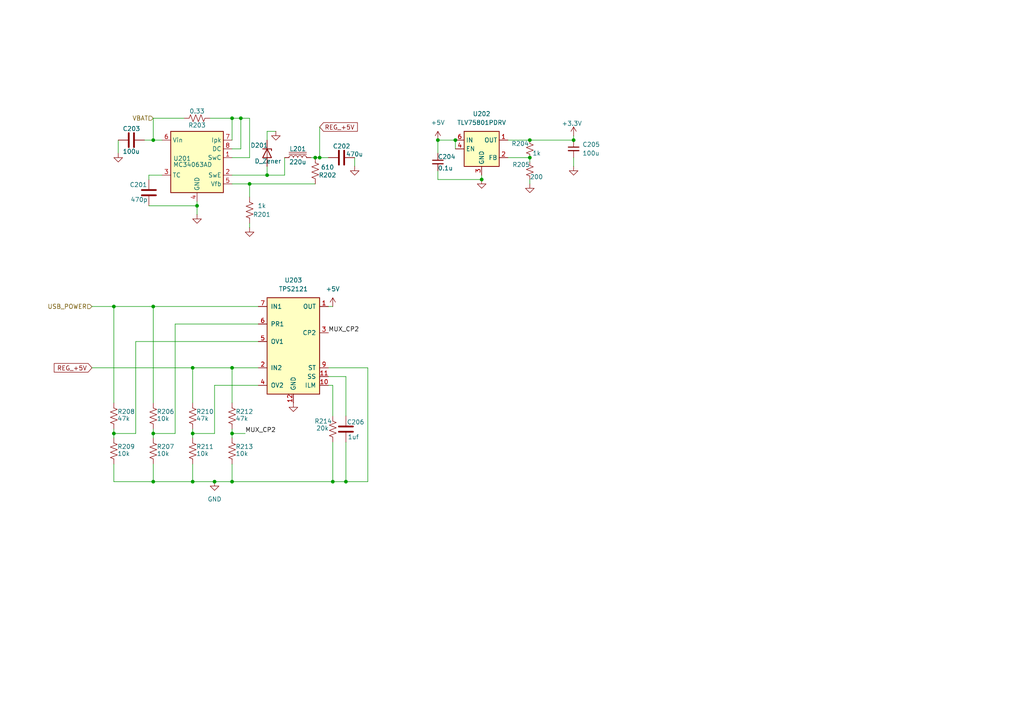
<source format=kicad_sch>
(kicad_sch
	(version 20231120)
	(generator "eeschema")
	(generator_version "8.0")
	(uuid "04504271-c96e-4ce0-be2d-b3b098673ba7")
	(paper "A4")
	(lib_symbols
		(symbol "Device:C"
			(pin_numbers hide)
			(pin_names
				(offset 0.254)
			)
			(exclude_from_sim no)
			(in_bom yes)
			(on_board yes)
			(property "Reference" "C"
				(at 0.635 2.54 0)
				(effects
					(font
						(size 1.27 1.27)
					)
					(justify left)
				)
			)
			(property "Value" "C"
				(at 0.635 -2.54 0)
				(effects
					(font
						(size 1.27 1.27)
					)
					(justify left)
				)
			)
			(property "Footprint" ""
				(at 0.9652 -3.81 0)
				(effects
					(font
						(size 1.27 1.27)
					)
					(hide yes)
				)
			)
			(property "Datasheet" "~"
				(at 0 0 0)
				(effects
					(font
						(size 1.27 1.27)
					)
					(hide yes)
				)
			)
			(property "Description" "Unpolarized capacitor"
				(at 0 0 0)
				(effects
					(font
						(size 1.27 1.27)
					)
					(hide yes)
				)
			)
			(property "ki_keywords" "cap capacitor"
				(at 0 0 0)
				(effects
					(font
						(size 1.27 1.27)
					)
					(hide yes)
				)
			)
			(property "ki_fp_filters" "C_*"
				(at 0 0 0)
				(effects
					(font
						(size 1.27 1.27)
					)
					(hide yes)
				)
			)
			(symbol "C_0_1"
				(polyline
					(pts
						(xy -2.032 -0.762) (xy 2.032 -0.762)
					)
					(stroke
						(width 0.508)
						(type default)
					)
					(fill
						(type none)
					)
				)
				(polyline
					(pts
						(xy -2.032 0.762) (xy 2.032 0.762)
					)
					(stroke
						(width 0.508)
						(type default)
					)
					(fill
						(type none)
					)
				)
			)
			(symbol "C_1_1"
				(pin passive line
					(at 0 3.81 270)
					(length 2.794)
					(name "~"
						(effects
							(font
								(size 1.27 1.27)
							)
						)
					)
					(number "1"
						(effects
							(font
								(size 1.27 1.27)
							)
						)
					)
				)
				(pin passive line
					(at 0 -3.81 90)
					(length 2.794)
					(name "~"
						(effects
							(font
								(size 1.27 1.27)
							)
						)
					)
					(number "2"
						(effects
							(font
								(size 1.27 1.27)
							)
						)
					)
				)
			)
		)
		(symbol "Device:C_Small"
			(pin_numbers hide)
			(pin_names
				(offset 0.254) hide)
			(exclude_from_sim no)
			(in_bom yes)
			(on_board yes)
			(property "Reference" "C"
				(at 0.254 1.778 0)
				(effects
					(font
						(size 1.27 1.27)
					)
					(justify left)
				)
			)
			(property "Value" "C_Small"
				(at 0.254 -2.032 0)
				(effects
					(font
						(size 1.27 1.27)
					)
					(justify left)
				)
			)
			(property "Footprint" ""
				(at 0 0 0)
				(effects
					(font
						(size 1.27 1.27)
					)
					(hide yes)
				)
			)
			(property "Datasheet" "~"
				(at 0 0 0)
				(effects
					(font
						(size 1.27 1.27)
					)
					(hide yes)
				)
			)
			(property "Description" "Unpolarized capacitor, small symbol"
				(at 0 0 0)
				(effects
					(font
						(size 1.27 1.27)
					)
					(hide yes)
				)
			)
			(property "ki_keywords" "capacitor cap"
				(at 0 0 0)
				(effects
					(font
						(size 1.27 1.27)
					)
					(hide yes)
				)
			)
			(property "ki_fp_filters" "C_*"
				(at 0 0 0)
				(effects
					(font
						(size 1.27 1.27)
					)
					(hide yes)
				)
			)
			(symbol "C_Small_0_1"
				(polyline
					(pts
						(xy -1.524 -0.508) (xy 1.524 -0.508)
					)
					(stroke
						(width 0.3302)
						(type default)
					)
					(fill
						(type none)
					)
				)
				(polyline
					(pts
						(xy -1.524 0.508) (xy 1.524 0.508)
					)
					(stroke
						(width 0.3048)
						(type default)
					)
					(fill
						(type none)
					)
				)
			)
			(symbol "C_Small_1_1"
				(pin passive line
					(at 0 2.54 270)
					(length 2.032)
					(name "~"
						(effects
							(font
								(size 1.27 1.27)
							)
						)
					)
					(number "1"
						(effects
							(font
								(size 1.27 1.27)
							)
						)
					)
				)
				(pin passive line
					(at 0 -2.54 90)
					(length 2.032)
					(name "~"
						(effects
							(font
								(size 1.27 1.27)
							)
						)
					)
					(number "2"
						(effects
							(font
								(size 1.27 1.27)
							)
						)
					)
				)
			)
		)
		(symbol "Device:D_Zener"
			(pin_numbers hide)
			(pin_names
				(offset 1.016) hide)
			(exclude_from_sim no)
			(in_bom yes)
			(on_board yes)
			(property "Reference" "D"
				(at 0 2.54 0)
				(effects
					(font
						(size 1.27 1.27)
					)
				)
			)
			(property "Value" "D_Zener"
				(at 0 -2.54 0)
				(effects
					(font
						(size 1.27 1.27)
					)
				)
			)
			(property "Footprint" ""
				(at 0 0 0)
				(effects
					(font
						(size 1.27 1.27)
					)
					(hide yes)
				)
			)
			(property "Datasheet" "~"
				(at 0 0 0)
				(effects
					(font
						(size 1.27 1.27)
					)
					(hide yes)
				)
			)
			(property "Description" "Zener diode"
				(at 0 0 0)
				(effects
					(font
						(size 1.27 1.27)
					)
					(hide yes)
				)
			)
			(property "ki_keywords" "diode"
				(at 0 0 0)
				(effects
					(font
						(size 1.27 1.27)
					)
					(hide yes)
				)
			)
			(property "ki_fp_filters" "TO-???* *_Diode_* *SingleDiode* D_*"
				(at 0 0 0)
				(effects
					(font
						(size 1.27 1.27)
					)
					(hide yes)
				)
			)
			(symbol "D_Zener_0_1"
				(polyline
					(pts
						(xy 1.27 0) (xy -1.27 0)
					)
					(stroke
						(width 0)
						(type default)
					)
					(fill
						(type none)
					)
				)
				(polyline
					(pts
						(xy -1.27 -1.27) (xy -1.27 1.27) (xy -0.762 1.27)
					)
					(stroke
						(width 0.254)
						(type default)
					)
					(fill
						(type none)
					)
				)
				(polyline
					(pts
						(xy 1.27 -1.27) (xy 1.27 1.27) (xy -1.27 0) (xy 1.27 -1.27)
					)
					(stroke
						(width 0.254)
						(type default)
					)
					(fill
						(type none)
					)
				)
			)
			(symbol "D_Zener_1_1"
				(pin passive line
					(at -3.81 0 0)
					(length 2.54)
					(name "K"
						(effects
							(font
								(size 1.27 1.27)
							)
						)
					)
					(number "1"
						(effects
							(font
								(size 1.27 1.27)
							)
						)
					)
				)
				(pin passive line
					(at 3.81 0 180)
					(length 2.54)
					(name "A"
						(effects
							(font
								(size 1.27 1.27)
							)
						)
					)
					(number "2"
						(effects
							(font
								(size 1.27 1.27)
							)
						)
					)
				)
			)
		)
		(symbol "Device:L_Iron"
			(pin_numbers hide)
			(pin_names
				(offset 1.016) hide)
			(exclude_from_sim no)
			(in_bom yes)
			(on_board yes)
			(property "Reference" "L"
				(at -1.27 0 90)
				(effects
					(font
						(size 1.27 1.27)
					)
				)
			)
			(property "Value" "L_Iron"
				(at 2.794 0 90)
				(effects
					(font
						(size 1.27 1.27)
					)
				)
			)
			(property "Footprint" ""
				(at 0 0 0)
				(effects
					(font
						(size 1.27 1.27)
					)
					(hide yes)
				)
			)
			(property "Datasheet" "~"
				(at 0 0 0)
				(effects
					(font
						(size 1.27 1.27)
					)
					(hide yes)
				)
			)
			(property "Description" "Inductor with iron core"
				(at 0 0 0)
				(effects
					(font
						(size 1.27 1.27)
					)
					(hide yes)
				)
			)
			(property "ki_keywords" "inductor choke coil reactor magnetic"
				(at 0 0 0)
				(effects
					(font
						(size 1.27 1.27)
					)
					(hide yes)
				)
			)
			(property "ki_fp_filters" "Choke_* *Coil* Inductor_* L_*"
				(at 0 0 0)
				(effects
					(font
						(size 1.27 1.27)
					)
					(hide yes)
				)
			)
			(symbol "L_Iron_0_1"
				(arc
					(start 0 -2.54)
					(mid 0.6323 -1.905)
					(end 0 -1.27)
					(stroke
						(width 0)
						(type default)
					)
					(fill
						(type none)
					)
				)
				(arc
					(start 0 -1.27)
					(mid 0.6323 -0.635)
					(end 0 0)
					(stroke
						(width 0)
						(type default)
					)
					(fill
						(type none)
					)
				)
				(polyline
					(pts
						(xy 1.016 2.54) (xy 1.016 -2.54)
					)
					(stroke
						(width 0)
						(type default)
					)
					(fill
						(type none)
					)
				)
				(polyline
					(pts
						(xy 1.524 -2.54) (xy 1.524 2.54)
					)
					(stroke
						(width 0)
						(type default)
					)
					(fill
						(type none)
					)
				)
				(arc
					(start 0 0)
					(mid 0.6323 0.635)
					(end 0 1.27)
					(stroke
						(width 0)
						(type default)
					)
					(fill
						(type none)
					)
				)
				(arc
					(start 0 1.27)
					(mid 0.6323 1.905)
					(end 0 2.54)
					(stroke
						(width 0)
						(type default)
					)
					(fill
						(type none)
					)
				)
			)
			(symbol "L_Iron_1_1"
				(pin passive line
					(at 0 3.81 270)
					(length 1.27)
					(name "1"
						(effects
							(font
								(size 1.27 1.27)
							)
						)
					)
					(number "1"
						(effects
							(font
								(size 1.27 1.27)
							)
						)
					)
				)
				(pin passive line
					(at 0 -3.81 90)
					(length 1.27)
					(name "2"
						(effects
							(font
								(size 1.27 1.27)
							)
						)
					)
					(number "2"
						(effects
							(font
								(size 1.27 1.27)
							)
						)
					)
				)
			)
		)
		(symbol "Device:R_Small_US"
			(pin_numbers hide)
			(pin_names
				(offset 0.254) hide)
			(exclude_from_sim no)
			(in_bom yes)
			(on_board yes)
			(property "Reference" "R"
				(at 0.762 0.508 0)
				(effects
					(font
						(size 1.27 1.27)
					)
					(justify left)
				)
			)
			(property "Value" "R_Small_US"
				(at 0.762 -1.016 0)
				(effects
					(font
						(size 1.27 1.27)
					)
					(justify left)
				)
			)
			(property "Footprint" ""
				(at 0 0 0)
				(effects
					(font
						(size 1.27 1.27)
					)
					(hide yes)
				)
			)
			(property "Datasheet" "~"
				(at 0 0 0)
				(effects
					(font
						(size 1.27 1.27)
					)
					(hide yes)
				)
			)
			(property "Description" "Resistor, small US symbol"
				(at 0 0 0)
				(effects
					(font
						(size 1.27 1.27)
					)
					(hide yes)
				)
			)
			(property "ki_keywords" "r resistor"
				(at 0 0 0)
				(effects
					(font
						(size 1.27 1.27)
					)
					(hide yes)
				)
			)
			(property "ki_fp_filters" "R_*"
				(at 0 0 0)
				(effects
					(font
						(size 1.27 1.27)
					)
					(hide yes)
				)
			)
			(symbol "R_Small_US_1_1"
				(polyline
					(pts
						(xy 0 0) (xy 1.016 -0.381) (xy 0 -0.762) (xy -1.016 -1.143) (xy 0 -1.524)
					)
					(stroke
						(width 0)
						(type default)
					)
					(fill
						(type none)
					)
				)
				(polyline
					(pts
						(xy 0 1.524) (xy 1.016 1.143) (xy 0 0.762) (xy -1.016 0.381) (xy 0 0)
					)
					(stroke
						(width 0)
						(type default)
					)
					(fill
						(type none)
					)
				)
				(pin passive line
					(at 0 2.54 270)
					(length 1.016)
					(name "~"
						(effects
							(font
								(size 1.27 1.27)
							)
						)
					)
					(number "1"
						(effects
							(font
								(size 1.27 1.27)
							)
						)
					)
				)
				(pin passive line
					(at 0 -2.54 90)
					(length 1.016)
					(name "~"
						(effects
							(font
								(size 1.27 1.27)
							)
						)
					)
					(number "2"
						(effects
							(font
								(size 1.27 1.27)
							)
						)
					)
				)
			)
		)
		(symbol "Device:R_US"
			(pin_numbers hide)
			(pin_names
				(offset 0)
			)
			(exclude_from_sim no)
			(in_bom yes)
			(on_board yes)
			(property "Reference" "R"
				(at 2.54 0 90)
				(effects
					(font
						(size 1.27 1.27)
					)
				)
			)
			(property "Value" "R_US"
				(at -2.54 0 90)
				(effects
					(font
						(size 1.27 1.27)
					)
				)
			)
			(property "Footprint" ""
				(at 1.016 -0.254 90)
				(effects
					(font
						(size 1.27 1.27)
					)
					(hide yes)
				)
			)
			(property "Datasheet" "~"
				(at 0 0 0)
				(effects
					(font
						(size 1.27 1.27)
					)
					(hide yes)
				)
			)
			(property "Description" "Resistor, US symbol"
				(at 0 0 0)
				(effects
					(font
						(size 1.27 1.27)
					)
					(hide yes)
				)
			)
			(property "ki_keywords" "R res resistor"
				(at 0 0 0)
				(effects
					(font
						(size 1.27 1.27)
					)
					(hide yes)
				)
			)
			(property "ki_fp_filters" "R_*"
				(at 0 0 0)
				(effects
					(font
						(size 1.27 1.27)
					)
					(hide yes)
				)
			)
			(symbol "R_US_0_1"
				(polyline
					(pts
						(xy 0 -2.286) (xy 0 -2.54)
					)
					(stroke
						(width 0)
						(type default)
					)
					(fill
						(type none)
					)
				)
				(polyline
					(pts
						(xy 0 2.286) (xy 0 2.54)
					)
					(stroke
						(width 0)
						(type default)
					)
					(fill
						(type none)
					)
				)
				(polyline
					(pts
						(xy 0 -0.762) (xy 1.016 -1.143) (xy 0 -1.524) (xy -1.016 -1.905) (xy 0 -2.286)
					)
					(stroke
						(width 0)
						(type default)
					)
					(fill
						(type none)
					)
				)
				(polyline
					(pts
						(xy 0 0.762) (xy 1.016 0.381) (xy 0 0) (xy -1.016 -0.381) (xy 0 -0.762)
					)
					(stroke
						(width 0)
						(type default)
					)
					(fill
						(type none)
					)
				)
				(polyline
					(pts
						(xy 0 2.286) (xy 1.016 1.905) (xy 0 1.524) (xy -1.016 1.143) (xy 0 0.762)
					)
					(stroke
						(width 0)
						(type default)
					)
					(fill
						(type none)
					)
				)
			)
			(symbol "R_US_1_1"
				(pin passive line
					(at 0 3.81 270)
					(length 1.27)
					(name "~"
						(effects
							(font
								(size 1.27 1.27)
							)
						)
					)
					(number "1"
						(effects
							(font
								(size 1.27 1.27)
							)
						)
					)
				)
				(pin passive line
					(at 0 -3.81 90)
					(length 1.27)
					(name "~"
						(effects
							(font
								(size 1.27 1.27)
							)
						)
					)
					(number "2"
						(effects
							(font
								(size 1.27 1.27)
							)
						)
					)
				)
			)
		)
		(symbol "POWER_MUX:TPS2121"
			(pin_names
				(offset 1.016)
			)
			(exclude_from_sim no)
			(in_bom yes)
			(on_board yes)
			(property "Reference" "U"
				(at -6.35 16.51 0)
				(effects
					(font
						(size 1.27 1.27)
					)
				)
			)
			(property "Value" "TPS2121"
				(at 3.81 16.51 0)
				(effects
					(font
						(size 1.27 1.27)
					)
				)
			)
			(property "Footprint" "Package_VQFN:VQFN-HR-RUX0012A"
				(at 0 -20.32 0)
				(effects
					(font
						(size 1.27 1.27)
					)
					(hide yes)
				)
			)
			(property "Datasheet" "https://www.ti.com/product/TPS2121"
				(at 0 -22.86 0)
				(effects
					(font
						(size 1.27 1.27)
					)
					(hide yes)
				)
			)
			(property "Description" "2.7V to 22V, 56-mΩ, 4.5A, power mux with seamless switchover, 2 inputs"
				(at 0 0 0)
				(effects
					(font
						(size 1.27 1.27)
					)
					(hide yes)
				)
			)
			(property "ki_keywords" "2.7V to 22V 56mΩ 4.5A power mux with seamless switchover 2 inputs"
				(at 0 0 0)
				(effects
					(font
						(size 1.27 1.27)
					)
					(hide yes)
				)
			)
			(symbol "TPS2121_0_0"
				(rectangle
					(start -7.62 15.24)
					(end 7.62 -12.7)
					(stroke
						(width 0.254)
						(type default)
					)
					(fill
						(type background)
					)
				)
				(pin output line
					(at 10.16 -10.16 180)
					(length 2.54)
					(name "ILM"
						(effects
							(font
								(size 1.27 1.27)
							)
						)
					)
					(number "10"
						(effects
							(font
								(size 1.27 1.27)
							)
						)
					)
				)
				(pin output line
					(at 10.16 -7.62 180)
					(length 2.54)
					(name "SS"
						(effects
							(font
								(size 1.27 1.27)
							)
						)
					)
					(number "11"
						(effects
							(font
								(size 1.27 1.27)
							)
						)
					)
				)
				(pin power_in line
					(at 0 -15.24 90)
					(length 2.54)
					(name "GND"
						(effects
							(font
								(size 1.27 1.27)
							)
						)
					)
					(number "12"
						(effects
							(font
								(size 1.27 1.27)
							)
						)
					)
				)
				(pin power_in line
					(at -10.16 -5.08 0)
					(length 2.54)
					(name "IN2"
						(effects
							(font
								(size 1.27 1.27)
							)
						)
					)
					(number "2"
						(effects
							(font
								(size 1.27 1.27)
							)
						)
					)
				)
				(pin input line
					(at 10.16 5.08 180)
					(length 2.54)
					(name "CP2"
						(effects
							(font
								(size 1.27 1.27)
							)
						)
					)
					(number "3"
						(effects
							(font
								(size 1.27 1.27)
							)
						)
					)
				)
				(pin input line
					(at -10.16 -10.16 0)
					(length 2.54)
					(name "OV2"
						(effects
							(font
								(size 1.27 1.27)
							)
						)
					)
					(number "4"
						(effects
							(font
								(size 1.27 1.27)
							)
						)
					)
				)
				(pin input line
					(at -10.16 2.54 0)
					(length 2.54)
					(name "OV1"
						(effects
							(font
								(size 1.27 1.27)
							)
						)
					)
					(number "5"
						(effects
							(font
								(size 1.27 1.27)
							)
						)
					)
				)
				(pin input line
					(at -10.16 7.62 0)
					(length 2.54)
					(name "PR1"
						(effects
							(font
								(size 1.27 1.27)
							)
						)
					)
					(number "6"
						(effects
							(font
								(size 1.27 1.27)
							)
						)
					)
				)
				(pin power_in line
					(at -10.16 12.7 0)
					(length 2.54)
					(name "IN1"
						(effects
							(font
								(size 1.27 1.27)
							)
						)
					)
					(number "7"
						(effects
							(font
								(size 1.27 1.27)
							)
						)
					)
				)
				(pin output line
					(at 10.16 -5.08 180)
					(length 2.54)
					(name "ST"
						(effects
							(font
								(size 1.27 1.27)
							)
						)
					)
					(number "9"
						(effects
							(font
								(size 1.27 1.27)
							)
						)
					)
				)
			)
			(symbol "TPS2121_1_0"
				(pin power_out line
					(at 10.16 12.7 180)
					(length 2.54)
					(name "OUT"
						(effects
							(font
								(size 1.27 1.27)
							)
						)
					)
					(number "1"
						(effects
							(font
								(size 1.27 1.27)
							)
						)
					)
				)
				(pin power_out line
					(at 10.16 12.7 180)
					(length 2.54) hide
					(name "OUT"
						(effects
							(font
								(size 1.27 1.27)
							)
						)
					)
					(number "8"
						(effects
							(font
								(size 1.27 1.27)
							)
						)
					)
				)
			)
		)
		(symbol "Regulator_Linear:TLV75801PDRV"
			(exclude_from_sim no)
			(in_bom yes)
			(on_board yes)
			(property "Reference" "U"
				(at -3.81 6.35 0)
				(effects
					(font
						(size 1.27 1.27)
					)
				)
			)
			(property "Value" "TLV75801PDRV"
				(at 0 6.35 0)
				(effects
					(font
						(size 1.27 1.27)
					)
					(justify left)
				)
			)
			(property "Footprint" "Package_SON:WSON-6-1EP_2x2mm_P0.65mm_EP1x1.6mm"
				(at 0 8.255 0)
				(effects
					(font
						(size 1.27 1.27)
						(italic yes)
					)
					(hide yes)
				)
			)
			(property "Datasheet" "https://www.ti.com/lit/ds/symlink/tlv758p.pdf"
				(at 0 1.27 0)
				(effects
					(font
						(size 1.27 1.27)
					)
					(hide yes)
				)
			)
			(property "Description" "500mA Low-Dropout Linear Regulator, Adjustable Output, WSON-6"
				(at 0 0 0)
				(effects
					(font
						(size 1.27 1.27)
					)
					(hide yes)
				)
			)
			(property "ki_keywords" "ldo positive"
				(at 0 0 0)
				(effects
					(font
						(size 1.27 1.27)
					)
					(hide yes)
				)
			)
			(property "ki_fp_filters" "WSON*1EP*2x2mm*P0.65mm*"
				(at 0 0 0)
				(effects
					(font
						(size 1.27 1.27)
					)
					(hide yes)
				)
			)
			(symbol "TLV75801PDRV_0_1"
				(rectangle
					(start 5.08 -5.08)
					(end -5.08 5.08)
					(stroke
						(width 0.254)
						(type default)
					)
					(fill
						(type background)
					)
				)
			)
			(symbol "TLV75801PDRV_1_1"
				(pin power_out line
					(at 7.62 2.54 180)
					(length 2.54)
					(name "OUT"
						(effects
							(font
								(size 1.27 1.27)
							)
						)
					)
					(number "1"
						(effects
							(font
								(size 1.27 1.27)
							)
						)
					)
				)
				(pin input line
					(at 7.62 -2.54 180)
					(length 2.54)
					(name "FB"
						(effects
							(font
								(size 1.27 1.27)
							)
						)
					)
					(number "2"
						(effects
							(font
								(size 1.27 1.27)
							)
						)
					)
				)
				(pin power_in line
					(at 0 -7.62 90)
					(length 2.54)
					(name "GND"
						(effects
							(font
								(size 1.27 1.27)
							)
						)
					)
					(number "3"
						(effects
							(font
								(size 1.27 1.27)
							)
						)
					)
				)
				(pin input line
					(at -7.62 0 0)
					(length 2.54)
					(name "EN"
						(effects
							(font
								(size 1.27 1.27)
							)
						)
					)
					(number "4"
						(effects
							(font
								(size 1.27 1.27)
							)
						)
					)
				)
				(pin no_connect line
					(at 5.08 0 180)
					(length 2.54) hide
					(name "DNC"
						(effects
							(font
								(size 1.27 1.27)
							)
						)
					)
					(number "5"
						(effects
							(font
								(size 1.27 1.27)
							)
						)
					)
				)
				(pin power_in line
					(at -7.62 2.54 0)
					(length 2.54)
					(name "IN"
						(effects
							(font
								(size 1.27 1.27)
							)
						)
					)
					(number "6"
						(effects
							(font
								(size 1.27 1.27)
							)
						)
					)
				)
				(pin passive line
					(at 0 -7.62 90)
					(length 2.54) hide
					(name "GND"
						(effects
							(font
								(size 1.27 1.27)
							)
						)
					)
					(number "7"
						(effects
							(font
								(size 1.27 1.27)
							)
						)
					)
				)
			)
		)
		(symbol "Regulator_Switching:MC34063AD"
			(exclude_from_sim no)
			(in_bom yes)
			(on_board yes)
			(property "Reference" "U"
				(at -7.62 8.89 0)
				(effects
					(font
						(size 1.27 1.27)
					)
					(justify left)
				)
			)
			(property "Value" "MC34063AD"
				(at 0 8.89 0)
				(effects
					(font
						(size 1.27 1.27)
					)
					(justify left)
				)
			)
			(property "Footprint" "Package_SO:SOIC-8_3.9x4.9mm_P1.27mm"
				(at 1.27 -11.43 0)
				(effects
					(font
						(size 1.27 1.27)
					)
					(justify left)
					(hide yes)
				)
			)
			(property "Datasheet" "http://www.onsemi.com/pub_link/Collateral/MC34063A-D.PDF"
				(at 12.7 -2.54 0)
				(effects
					(font
						(size 1.27 1.27)
					)
					(hide yes)
				)
			)
			(property "Description" "1.5A, step-up/down/inverting switching regulator, 3-40V Vin, 100kHz, SO-8"
				(at 0 0 0)
				(effects
					(font
						(size 1.27 1.27)
					)
					(hide yes)
				)
			)
			(property "ki_keywords" "smps buck boost inverting"
				(at 0 0 0)
				(effects
					(font
						(size 1.27 1.27)
					)
					(hide yes)
				)
			)
			(property "ki_fp_filters" "SOIC*3.9x4.9mm*P1.27mm*"
				(at 0 0 0)
				(effects
					(font
						(size 1.27 1.27)
					)
					(hide yes)
				)
			)
			(symbol "MC34063AD_0_1"
				(rectangle
					(start -7.62 7.62)
					(end 7.62 -10.16)
					(stroke
						(width 0.254)
						(type default)
					)
					(fill
						(type background)
					)
				)
			)
			(symbol "MC34063AD_1_1"
				(pin open_collector line
					(at 10.16 0 180)
					(length 2.54)
					(name "SwC"
						(effects
							(font
								(size 1.27 1.27)
							)
						)
					)
					(number "1"
						(effects
							(font
								(size 1.27 1.27)
							)
						)
					)
				)
				(pin open_emitter line
					(at 10.16 -5.08 180)
					(length 2.54)
					(name "SwE"
						(effects
							(font
								(size 1.27 1.27)
							)
						)
					)
					(number "2"
						(effects
							(font
								(size 1.27 1.27)
							)
						)
					)
				)
				(pin passive line
					(at -10.16 -5.08 0)
					(length 2.54)
					(name "TC"
						(effects
							(font
								(size 1.27 1.27)
							)
						)
					)
					(number "3"
						(effects
							(font
								(size 1.27 1.27)
							)
						)
					)
				)
				(pin power_in line
					(at 0 -12.7 90)
					(length 2.54)
					(name "GND"
						(effects
							(font
								(size 1.27 1.27)
							)
						)
					)
					(number "4"
						(effects
							(font
								(size 1.27 1.27)
							)
						)
					)
				)
				(pin input line
					(at 10.16 -7.62 180)
					(length 2.54)
					(name "Vfb"
						(effects
							(font
								(size 1.27 1.27)
							)
						)
					)
					(number "5"
						(effects
							(font
								(size 1.27 1.27)
							)
						)
					)
				)
				(pin power_in line
					(at -10.16 5.08 0)
					(length 2.54)
					(name "Vin"
						(effects
							(font
								(size 1.27 1.27)
							)
						)
					)
					(number "6"
						(effects
							(font
								(size 1.27 1.27)
							)
						)
					)
				)
				(pin input line
					(at 10.16 5.08 180)
					(length 2.54)
					(name "Ipk"
						(effects
							(font
								(size 1.27 1.27)
							)
						)
					)
					(number "7"
						(effects
							(font
								(size 1.27 1.27)
							)
						)
					)
				)
				(pin open_collector line
					(at 10.16 2.54 180)
					(length 2.54)
					(name "DC"
						(effects
							(font
								(size 1.27 1.27)
							)
						)
					)
					(number "8"
						(effects
							(font
								(size 1.27 1.27)
							)
						)
					)
				)
			)
		)
		(symbol "power:+3.3V"
			(power)
			(pin_numbers hide)
			(pin_names
				(offset 0) hide)
			(exclude_from_sim no)
			(in_bom yes)
			(on_board yes)
			(property "Reference" "#PWR"
				(at 0 -3.81 0)
				(effects
					(font
						(size 1.27 1.27)
					)
					(hide yes)
				)
			)
			(property "Value" "+3.3V"
				(at 0 3.556 0)
				(effects
					(font
						(size 1.27 1.27)
					)
				)
			)
			(property "Footprint" ""
				(at 0 0 0)
				(effects
					(font
						(size 1.27 1.27)
					)
					(hide yes)
				)
			)
			(property "Datasheet" ""
				(at 0 0 0)
				(effects
					(font
						(size 1.27 1.27)
					)
					(hide yes)
				)
			)
			(property "Description" "Power symbol creates a global label with name \"+3.3V\""
				(at 0 0 0)
				(effects
					(font
						(size 1.27 1.27)
					)
					(hide yes)
				)
			)
			(property "ki_keywords" "global power"
				(at 0 0 0)
				(effects
					(font
						(size 1.27 1.27)
					)
					(hide yes)
				)
			)
			(symbol "+3.3V_0_1"
				(polyline
					(pts
						(xy -0.762 1.27) (xy 0 2.54)
					)
					(stroke
						(width 0)
						(type default)
					)
					(fill
						(type none)
					)
				)
				(polyline
					(pts
						(xy 0 0) (xy 0 2.54)
					)
					(stroke
						(width 0)
						(type default)
					)
					(fill
						(type none)
					)
				)
				(polyline
					(pts
						(xy 0 2.54) (xy 0.762 1.27)
					)
					(stroke
						(width 0)
						(type default)
					)
					(fill
						(type none)
					)
				)
			)
			(symbol "+3.3V_1_1"
				(pin power_in line
					(at 0 0 90)
					(length 0)
					(name "~"
						(effects
							(font
								(size 1.27 1.27)
							)
						)
					)
					(number "1"
						(effects
							(font
								(size 1.27 1.27)
							)
						)
					)
				)
			)
		)
		(symbol "power:+5V"
			(power)
			(pin_numbers hide)
			(pin_names
				(offset 0) hide)
			(exclude_from_sim no)
			(in_bom yes)
			(on_board yes)
			(property "Reference" "#PWR"
				(at 0 -3.81 0)
				(effects
					(font
						(size 1.27 1.27)
					)
					(hide yes)
				)
			)
			(property "Value" "+5V"
				(at 0 3.556 0)
				(effects
					(font
						(size 1.27 1.27)
					)
				)
			)
			(property "Footprint" ""
				(at 0 0 0)
				(effects
					(font
						(size 1.27 1.27)
					)
					(hide yes)
				)
			)
			(property "Datasheet" ""
				(at 0 0 0)
				(effects
					(font
						(size 1.27 1.27)
					)
					(hide yes)
				)
			)
			(property "Description" "Power symbol creates a global label with name \"+5V\""
				(at 0 0 0)
				(effects
					(font
						(size 1.27 1.27)
					)
					(hide yes)
				)
			)
			(property "ki_keywords" "global power"
				(at 0 0 0)
				(effects
					(font
						(size 1.27 1.27)
					)
					(hide yes)
				)
			)
			(symbol "+5V_0_1"
				(polyline
					(pts
						(xy -0.762 1.27) (xy 0 2.54)
					)
					(stroke
						(width 0)
						(type default)
					)
					(fill
						(type none)
					)
				)
				(polyline
					(pts
						(xy 0 0) (xy 0 2.54)
					)
					(stroke
						(width 0)
						(type default)
					)
					(fill
						(type none)
					)
				)
				(polyline
					(pts
						(xy 0 2.54) (xy 0.762 1.27)
					)
					(stroke
						(width 0)
						(type default)
					)
					(fill
						(type none)
					)
				)
			)
			(symbol "+5V_1_1"
				(pin power_in line
					(at 0 0 90)
					(length 0)
					(name "~"
						(effects
							(font
								(size 1.27 1.27)
							)
						)
					)
					(number "1"
						(effects
							(font
								(size 1.27 1.27)
							)
						)
					)
				)
			)
		)
		(symbol "power:GND"
			(power)
			(pin_numbers hide)
			(pin_names
				(offset 0) hide)
			(exclude_from_sim no)
			(in_bom yes)
			(on_board yes)
			(property "Reference" "#PWR"
				(at 0 -6.35 0)
				(effects
					(font
						(size 1.27 1.27)
					)
					(hide yes)
				)
			)
			(property "Value" "GND"
				(at 0 -3.81 0)
				(effects
					(font
						(size 1.27 1.27)
					)
				)
			)
			(property "Footprint" ""
				(at 0 0 0)
				(effects
					(font
						(size 1.27 1.27)
					)
					(hide yes)
				)
			)
			(property "Datasheet" ""
				(at 0 0 0)
				(effects
					(font
						(size 1.27 1.27)
					)
					(hide yes)
				)
			)
			(property "Description" "Power symbol creates a global label with name \"GND\" , ground"
				(at 0 0 0)
				(effects
					(font
						(size 1.27 1.27)
					)
					(hide yes)
				)
			)
			(property "ki_keywords" "global power"
				(at 0 0 0)
				(effects
					(font
						(size 1.27 1.27)
					)
					(hide yes)
				)
			)
			(symbol "GND_0_1"
				(polyline
					(pts
						(xy 0 0) (xy 0 -1.27) (xy 1.27 -1.27) (xy 0 -2.54) (xy -1.27 -1.27) (xy 0 -1.27)
					)
					(stroke
						(width 0)
						(type default)
					)
					(fill
						(type none)
					)
				)
			)
			(symbol "GND_1_1"
				(pin power_in line
					(at 0 0 270)
					(length 0)
					(name "~"
						(effects
							(font
								(size 1.27 1.27)
							)
						)
					)
					(number "1"
						(effects
							(font
								(size 1.27 1.27)
							)
						)
					)
				)
			)
		)
	)
	(junction
		(at 92.71 45.72)
		(diameter 0)
		(color 0 0 0 0)
		(uuid "003e5f96-af34-4264-9c0c-f006300daf21")
	)
	(junction
		(at 91.44 45.72)
		(diameter 0)
		(color 0 0 0 0)
		(uuid "16e340f2-4055-4cf9-b8d4-36c43e586f30")
	)
	(junction
		(at 153.67 45.72)
		(diameter 0)
		(color 0 0 0 0)
		(uuid "2e62a56c-4c90-49d8-b052-741564747f28")
	)
	(junction
		(at 33.02 88.9)
		(diameter 0)
		(color 0 0 0 0)
		(uuid "3dd8daca-f92e-48dd-8e84-b3d86ff57a92")
	)
	(junction
		(at 55.88 106.68)
		(diameter 0)
		(color 0 0 0 0)
		(uuid "4243735b-c463-46a5-ae9a-ef0cf5af6c85")
	)
	(junction
		(at 44.45 40.64)
		(diameter 0)
		(color 0 0 0 0)
		(uuid "4635ef62-9777-4836-ba16-93ca6d64efcb")
	)
	(junction
		(at 67.31 34.29)
		(diameter 0)
		(color 0 0 0 0)
		(uuid "4c7abdab-583b-4117-b6c2-946ef8241a55")
	)
	(junction
		(at 166.37 40.64)
		(diameter 0)
		(color 0 0 0 0)
		(uuid "529cbd1b-588e-4b57-b102-75a0d164a1ed")
	)
	(junction
		(at 57.15 59.69)
		(diameter 0)
		(color 0 0 0 0)
		(uuid "56a7b6c1-28d5-40a1-9c96-7535c2521d72")
	)
	(junction
		(at 69.85 34.29)
		(diameter 0)
		(color 0 0 0 0)
		(uuid "641f91c1-c2d7-436c-beaf-cbe6cad88583")
	)
	(junction
		(at 67.31 125.73)
		(diameter 0)
		(color 0 0 0 0)
		(uuid "6c7045c7-6d0f-4ed1-835f-9470117f252f")
	)
	(junction
		(at 67.31 139.7)
		(diameter 0)
		(color 0 0 0 0)
		(uuid "6ed37657-0faa-4273-b706-d1e3f37c702a")
	)
	(junction
		(at 153.67 40.64)
		(diameter 0)
		(color 0 0 0 0)
		(uuid "75726e27-27db-44a4-a60b-ab2159e3a0dd")
	)
	(junction
		(at 139.7 52.07)
		(diameter 0)
		(color 0 0 0 0)
		(uuid "7df3fd80-0051-41fa-ba82-b68ee4a5ab74")
	)
	(junction
		(at 44.45 125.73)
		(diameter 0)
		(color 0 0 0 0)
		(uuid "821e8177-34d3-403d-a399-d259e120537c")
	)
	(junction
		(at 55.88 125.73)
		(diameter 0)
		(color 0 0 0 0)
		(uuid "8854728b-f331-4670-a5e4-4f38e46283e1")
	)
	(junction
		(at 77.47 50.8)
		(diameter 0)
		(color 0 0 0 0)
		(uuid "9aa1ba32-670a-4c7a-b406-ffca72f2df82")
	)
	(junction
		(at 67.31 106.68)
		(diameter 0)
		(color 0 0 0 0)
		(uuid "9f312eae-32a5-4a08-8c49-7c6254edf2d9")
	)
	(junction
		(at 127 40.64)
		(diameter 0)
		(color 0 0 0 0)
		(uuid "a9e4941e-e35d-4270-baa3-58156df45a65")
	)
	(junction
		(at 72.39 53.34)
		(diameter 0)
		(color 0 0 0 0)
		(uuid "b626e75e-c917-4174-94aa-e50a3809abdd")
	)
	(junction
		(at 132.08 40.64)
		(diameter 0)
		(color 0 0 0 0)
		(uuid "c0946b77-d814-43c4-9e1e-c909dfaadb0a")
	)
	(junction
		(at 55.88 139.7)
		(diameter 0)
		(color 0 0 0 0)
		(uuid "d6a87f25-3688-4b88-bd03-7d85748c49a7")
	)
	(junction
		(at 44.45 88.9)
		(diameter 0)
		(color 0 0 0 0)
		(uuid "df953e62-1b0f-410e-a18e-4de76bdec295")
	)
	(junction
		(at 33.02 125.73)
		(diameter 0)
		(color 0 0 0 0)
		(uuid "e5bdcb34-d3fb-4a81-b8c0-36c7ba4c334a")
	)
	(junction
		(at 44.45 139.7)
		(diameter 0)
		(color 0 0 0 0)
		(uuid "ed1eac47-1a02-4acd-91f5-57fa0167137a")
	)
	(junction
		(at 62.23 139.7)
		(diameter 0)
		(color 0 0 0 0)
		(uuid "f2bd4a63-ef02-4d1d-a88c-1712e5cafd75")
	)
	(junction
		(at 96.52 139.7)
		(diameter 0)
		(color 0 0 0 0)
		(uuid "f837b79c-c003-45d8-a6a5-d90cf2b07b87")
	)
	(junction
		(at 100.33 139.7)
		(diameter 0)
		(color 0 0 0 0)
		(uuid "f8479b30-5dcd-4e75-ba5f-fb235114e18a")
	)
	(wire
		(pts
			(xy 67.31 43.18) (xy 69.85 43.18)
		)
		(stroke
			(width 0)
			(type default)
		)
		(uuid "016e7e7a-6a09-4822-b146-689903128df3")
	)
	(wire
		(pts
			(xy 95.25 111.76) (xy 96.52 111.76)
		)
		(stroke
			(width 0)
			(type default)
		)
		(uuid "0891077c-367b-4802-8caf-b9984dac8981")
	)
	(wire
		(pts
			(xy 153.67 52.07) (xy 153.67 53.34)
		)
		(stroke
			(width 0)
			(type default)
		)
		(uuid "09ab5a54-9615-499d-a8ff-32d9bec7da65")
	)
	(wire
		(pts
			(xy 95.25 106.68) (xy 106.68 106.68)
		)
		(stroke
			(width 0)
			(type default)
		)
		(uuid "0f6f92cc-4bd0-4585-9af7-a5e53c9bd17a")
	)
	(wire
		(pts
			(xy 90.17 45.72) (xy 91.44 45.72)
		)
		(stroke
			(width 0)
			(type default)
		)
		(uuid "117d20d2-3dd0-4d67-8bb7-9f177e9d2f2f")
	)
	(wire
		(pts
			(xy 33.02 139.7) (xy 44.45 139.7)
		)
		(stroke
			(width 0)
			(type default)
		)
		(uuid "13693070-bae6-45bd-bf10-6622f864bed2")
	)
	(wire
		(pts
			(xy 67.31 125.73) (xy 71.12 125.73)
		)
		(stroke
			(width 0)
			(type default)
		)
		(uuid "1ac8fe4f-35ae-4dbf-a621-336f4498ad44")
	)
	(wire
		(pts
			(xy 57.15 59.69) (xy 57.15 62.23)
		)
		(stroke
			(width 0)
			(type default)
		)
		(uuid "1ee1f328-46a4-4c22-aa0d-c7e17c7de965")
	)
	(wire
		(pts
			(xy 39.37 125.73) (xy 39.37 99.06)
		)
		(stroke
			(width 0)
			(type default)
		)
		(uuid "1f38df0d-c20a-42d6-be69-c3d8f493933f")
	)
	(wire
		(pts
			(xy 44.45 116.84) (xy 44.45 88.9)
		)
		(stroke
			(width 0)
			(type default)
		)
		(uuid "280f9f17-f866-4e93-a840-fa2758cf792c")
	)
	(wire
		(pts
			(xy 100.33 139.7) (xy 96.52 139.7)
		)
		(stroke
			(width 0)
			(type default)
		)
		(uuid "28e5f44d-3816-4939-8ec1-8a7173710f86")
	)
	(wire
		(pts
			(xy 92.71 36.83) (xy 92.71 45.72)
		)
		(stroke
			(width 0)
			(type default)
		)
		(uuid "29a5b6fa-c26e-4fa9-8ea7-64e661422179")
	)
	(wire
		(pts
			(xy 55.88 125.73) (xy 55.88 127)
		)
		(stroke
			(width 0)
			(type default)
		)
		(uuid "29b84000-49ca-4e91-9feb-79b93d6c88fc")
	)
	(wire
		(pts
			(xy 50.8 93.98) (xy 50.8 125.73)
		)
		(stroke
			(width 0)
			(type default)
		)
		(uuid "2aa83d00-5fbf-41a4-ac2a-c453c8f6e752")
	)
	(wire
		(pts
			(xy 33.02 88.9) (xy 33.02 116.84)
		)
		(stroke
			(width 0)
			(type default)
		)
		(uuid "2b5dd61e-5c7b-4137-a3d2-8d7f733b811d")
	)
	(wire
		(pts
			(xy 33.02 88.9) (xy 44.45 88.9)
		)
		(stroke
			(width 0)
			(type default)
		)
		(uuid "2cfe04c3-36ca-465e-b94a-892e5419f797")
	)
	(wire
		(pts
			(xy 72.39 45.72) (xy 67.31 45.72)
		)
		(stroke
			(width 0)
			(type default)
		)
		(uuid "36fd6a88-b4b8-48d9-8a29-f2733916f0f1")
	)
	(wire
		(pts
			(xy 72.39 34.29) (xy 72.39 45.72)
		)
		(stroke
			(width 0)
			(type default)
		)
		(uuid "381b09dc-3b20-4051-ab7f-12dbedc1e9bc")
	)
	(wire
		(pts
			(xy 153.67 46.99) (xy 153.67 45.72)
		)
		(stroke
			(width 0)
			(type default)
		)
		(uuid "3ab7424e-eb77-445e-a61d-a1be5056d97e")
	)
	(wire
		(pts
			(xy 147.32 40.64) (xy 153.67 40.64)
		)
		(stroke
			(width 0)
			(type default)
		)
		(uuid "3b17fb62-1973-485e-8667-180b8cb2b140")
	)
	(wire
		(pts
			(xy 50.8 93.98) (xy 74.93 93.98)
		)
		(stroke
			(width 0)
			(type default)
		)
		(uuid "3cd95f34-b036-40a0-8383-9b09606d1fb3")
	)
	(wire
		(pts
			(xy 44.45 34.29) (xy 53.34 34.29)
		)
		(stroke
			(width 0)
			(type default)
		)
		(uuid "3ced6751-3d91-41b3-86ec-b5e5454a0d11")
	)
	(wire
		(pts
			(xy 72.39 53.34) (xy 91.44 53.34)
		)
		(stroke
			(width 0)
			(type default)
		)
		(uuid "3d659a0c-5013-4e55-bbcf-cefd391f59a6")
	)
	(wire
		(pts
			(xy 96.52 139.7) (xy 67.31 139.7)
		)
		(stroke
			(width 0)
			(type default)
		)
		(uuid "41b20cf9-2591-4a44-8d8f-8f696b4dbc6e")
	)
	(wire
		(pts
			(xy 55.88 125.73) (xy 62.23 125.73)
		)
		(stroke
			(width 0)
			(type default)
		)
		(uuid "4465ad5c-ee20-459b-88f8-53960504c897")
	)
	(wire
		(pts
			(xy 100.33 128.27) (xy 100.33 139.7)
		)
		(stroke
			(width 0)
			(type default)
		)
		(uuid "47a5c780-4c14-4e88-b57d-2cef6dbd80df")
	)
	(wire
		(pts
			(xy 26.67 106.68) (xy 55.88 106.68)
		)
		(stroke
			(width 0)
			(type default)
		)
		(uuid "491a8428-274e-430b-be28-ff4be7effaf7")
	)
	(wire
		(pts
			(xy 91.44 45.72) (xy 92.71 45.72)
		)
		(stroke
			(width 0)
			(type default)
		)
		(uuid "493e80ca-4b8a-403d-b4d5-723f6ef4f359")
	)
	(wire
		(pts
			(xy 62.23 125.73) (xy 62.23 111.76)
		)
		(stroke
			(width 0)
			(type default)
		)
		(uuid "4992777d-28c3-4d20-9ff4-f5de020b8485")
	)
	(wire
		(pts
			(xy 44.45 134.62) (xy 44.45 139.7)
		)
		(stroke
			(width 0)
			(type default)
		)
		(uuid "49b05af2-c87d-4b4c-89d9-3f4ee42e7d01")
	)
	(wire
		(pts
			(xy 67.31 139.7) (xy 62.23 139.7)
		)
		(stroke
			(width 0)
			(type default)
		)
		(uuid "49d2f7e6-0cec-4897-8004-77fb563d1195")
	)
	(wire
		(pts
			(xy 43.18 59.69) (xy 57.15 59.69)
		)
		(stroke
			(width 0)
			(type default)
		)
		(uuid "4c8464e0-1b05-4c3b-91af-2aca8e2143fd")
	)
	(wire
		(pts
			(xy 44.45 88.9) (xy 74.93 88.9)
		)
		(stroke
			(width 0)
			(type default)
		)
		(uuid "4e0d22db-df33-40cf-a0e4-186357fbabe2")
	)
	(wire
		(pts
			(xy 39.37 99.06) (xy 74.93 99.06)
		)
		(stroke
			(width 0)
			(type default)
		)
		(uuid "4fbbf266-d1c3-4ece-94e4-bbdf7211396e")
	)
	(wire
		(pts
			(xy 77.47 50.8) (xy 82.55 50.8)
		)
		(stroke
			(width 0)
			(type default)
		)
		(uuid "553b9a6c-d268-40a5-a960-b6a93ca31735")
	)
	(wire
		(pts
			(xy 44.45 125.73) (xy 44.45 127)
		)
		(stroke
			(width 0)
			(type default)
		)
		(uuid "5771e7db-be19-4049-9770-4b768d80c70a")
	)
	(wire
		(pts
			(xy 72.39 64.77) (xy 72.39 66.04)
		)
		(stroke
			(width 0)
			(type default)
		)
		(uuid "5d4dc2e3-52ea-40de-aa38-316d4569cc09")
	)
	(wire
		(pts
			(xy 44.45 34.29) (xy 44.45 40.64)
		)
		(stroke
			(width 0)
			(type default)
		)
		(uuid "5fa9cbd2-57f0-49d6-9784-8a80caec27a1")
	)
	(wire
		(pts
			(xy 67.31 106.68) (xy 74.93 106.68)
		)
		(stroke
			(width 0)
			(type default)
		)
		(uuid "61c47e45-d555-4eac-8cb6-d87599767651")
	)
	(wire
		(pts
			(xy 41.91 40.64) (xy 44.45 40.64)
		)
		(stroke
			(width 0)
			(type default)
		)
		(uuid "62aba46f-5429-4359-a619-7526ef038db6")
	)
	(wire
		(pts
			(xy 67.31 53.34) (xy 72.39 53.34)
		)
		(stroke
			(width 0)
			(type default)
		)
		(uuid "64df72ff-fb2d-4dd8-9b0e-01b3ae37570a")
	)
	(wire
		(pts
			(xy 55.88 106.68) (xy 67.31 106.68)
		)
		(stroke
			(width 0)
			(type default)
		)
		(uuid "66c95f20-fc15-4812-8573-88a2f6f9a032")
	)
	(wire
		(pts
			(xy 106.68 106.68) (xy 106.68 139.7)
		)
		(stroke
			(width 0)
			(type default)
		)
		(uuid "67ffdabf-d9f6-47a5-8536-76522c2e34ce")
	)
	(wire
		(pts
			(xy 127 49.53) (xy 127 52.07)
		)
		(stroke
			(width 0)
			(type default)
		)
		(uuid "684ba4be-1044-42a9-ade2-d9fdec4b6103")
	)
	(wire
		(pts
			(xy 44.45 125.73) (xy 50.8 125.73)
		)
		(stroke
			(width 0)
			(type default)
		)
		(uuid "6aad1cb4-ac64-43c9-bc7f-8da94ec1de8b")
	)
	(wire
		(pts
			(xy 72.39 53.34) (xy 72.39 57.15)
		)
		(stroke
			(width 0)
			(type default)
		)
		(uuid "6b33ad04-bf82-4a6b-a883-503f1c4a8dfb")
	)
	(wire
		(pts
			(xy 127 40.64) (xy 132.08 40.64)
		)
		(stroke
			(width 0)
			(type default)
		)
		(uuid "6b6edea3-78a9-47f9-9b54-e1ef1e4953e3")
	)
	(wire
		(pts
			(xy 67.31 134.62) (xy 67.31 139.7)
		)
		(stroke
			(width 0)
			(type default)
		)
		(uuid "6e276e1e-5a5f-4fb6-b3a1-c8774100e0e5")
	)
	(wire
		(pts
			(xy 106.68 139.7) (xy 100.33 139.7)
		)
		(stroke
			(width 0)
			(type default)
		)
		(uuid "70b848f7-a376-4a53-bf2c-7bb9e359b0da")
	)
	(wire
		(pts
			(xy 67.31 34.29) (xy 69.85 34.29)
		)
		(stroke
			(width 0)
			(type default)
		)
		(uuid "785c98a5-8adb-4365-83db-621d62cb6ff3")
	)
	(wire
		(pts
			(xy 44.45 40.64) (xy 46.99 40.64)
		)
		(stroke
			(width 0)
			(type default)
		)
		(uuid "7f928589-aa08-44ec-b8e8-980beb5c574b")
	)
	(wire
		(pts
			(xy 60.96 34.29) (xy 67.31 34.29)
		)
		(stroke
			(width 0)
			(type default)
		)
		(uuid "7ffcf501-0aa3-4de8-a34f-614b23c44cac")
	)
	(wire
		(pts
			(xy 95.25 88.9) (xy 96.52 88.9)
		)
		(stroke
			(width 0)
			(type default)
		)
		(uuid "81cae73d-5db4-4bc5-8f9a-0304a75dcaee")
	)
	(wire
		(pts
			(xy 67.31 125.73) (xy 67.31 127)
		)
		(stroke
			(width 0)
			(type default)
		)
		(uuid "8599ebbd-b69d-41c3-bf60-b5e867a55687")
	)
	(wire
		(pts
			(xy 67.31 124.46) (xy 67.31 125.73)
		)
		(stroke
			(width 0)
			(type default)
		)
		(uuid "8721bdf1-be5f-4d47-934f-4d5dc703e756")
	)
	(wire
		(pts
			(xy 33.02 124.46) (xy 33.02 125.73)
		)
		(stroke
			(width 0)
			(type default)
		)
		(uuid "87893d21-9f00-4ebf-8b6e-e32284a8214e")
	)
	(wire
		(pts
			(xy 132.08 40.64) (xy 132.08 43.18)
		)
		(stroke
			(width 0)
			(type default)
		)
		(uuid "87ef13fa-54fd-48c7-b234-20084ee48a27")
	)
	(wire
		(pts
			(xy 57.15 58.42) (xy 57.15 59.69)
		)
		(stroke
			(width 0)
			(type default)
		)
		(uuid "88369d5f-2926-444e-bbf5-ad8012d132e0")
	)
	(wire
		(pts
			(xy 67.31 106.68) (xy 67.31 116.84)
		)
		(stroke
			(width 0)
			(type default)
		)
		(uuid "88a839a8-72d3-4f35-8b68-2faa6cc8b7fc")
	)
	(wire
		(pts
			(xy 33.02 125.73) (xy 39.37 125.73)
		)
		(stroke
			(width 0)
			(type default)
		)
		(uuid "8b3daa63-b9eb-4cd4-94f4-0fe68eda5767")
	)
	(wire
		(pts
			(xy 127 44.45) (xy 127 40.64)
		)
		(stroke
			(width 0)
			(type default)
		)
		(uuid "8c302f81-1dcb-4314-a771-0971411db719")
	)
	(wire
		(pts
			(xy 62.23 111.76) (xy 74.93 111.76)
		)
		(stroke
			(width 0)
			(type default)
		)
		(uuid "8ec42c2a-cdb4-47f5-8782-148e227397d3")
	)
	(wire
		(pts
			(xy 127 52.07) (xy 139.7 52.07)
		)
		(stroke
			(width 0)
			(type default)
		)
		(uuid "8edbf062-6cde-4b27-b702-6819f268f26e")
	)
	(wire
		(pts
			(xy 100.33 109.22) (xy 100.33 120.65)
		)
		(stroke
			(width 0)
			(type default)
		)
		(uuid "8f0c92ca-f984-40e3-aa2f-34bbe99e7f46")
	)
	(wire
		(pts
			(xy 166.37 39.37) (xy 166.37 40.64)
		)
		(stroke
			(width 0)
			(type default)
		)
		(uuid "8fb58843-2545-4646-b563-cd3581cbbfce")
	)
	(wire
		(pts
			(xy 92.71 45.72) (xy 95.25 45.72)
		)
		(stroke
			(width 0)
			(type default)
		)
		(uuid "9246f02b-4692-4a02-b1cb-f4ff5af54b0e")
	)
	(wire
		(pts
			(xy 139.7 50.8) (xy 139.7 52.07)
		)
		(stroke
			(width 0)
			(type default)
		)
		(uuid "93871bee-ced6-4f9b-9dbb-5c5df4ff9c9d")
	)
	(wire
		(pts
			(xy 96.52 128.27) (xy 96.52 139.7)
		)
		(stroke
			(width 0)
			(type default)
		)
		(uuid "9b683c46-57dc-4b32-a805-16bfcb0537b0")
	)
	(wire
		(pts
			(xy 102.87 45.72) (xy 102.87 48.26)
		)
		(stroke
			(width 0)
			(type default)
		)
		(uuid "9c6ff9b5-8532-4651-adc1-13691ef49a8d")
	)
	(wire
		(pts
			(xy 77.47 48.26) (xy 77.47 50.8)
		)
		(stroke
			(width 0)
			(type default)
		)
		(uuid "a006217b-5735-4eef-9afe-b98a5b7bd8dc")
	)
	(wire
		(pts
			(xy 95.25 109.22) (xy 100.33 109.22)
		)
		(stroke
			(width 0)
			(type default)
		)
		(uuid "a3af1131-a1ef-4491-a5da-a1969623d10b")
	)
	(wire
		(pts
			(xy 46.99 50.8) (xy 43.18 50.8)
		)
		(stroke
			(width 0)
			(type default)
		)
		(uuid "a583bd0d-4029-4212-8303-ffebbe73acdf")
	)
	(wire
		(pts
			(xy 82.55 45.72) (xy 82.55 50.8)
		)
		(stroke
			(width 0)
			(type default)
		)
		(uuid "a8b22ce4-5ef1-4634-ad90-23e5b0dc7daf")
	)
	(wire
		(pts
			(xy 55.88 106.68) (xy 55.88 116.84)
		)
		(stroke
			(width 0)
			(type default)
		)
		(uuid "a90db06f-f56f-4724-abf4-e60c80f676ef")
	)
	(wire
		(pts
			(xy 55.88 124.46) (xy 55.88 125.73)
		)
		(stroke
			(width 0)
			(type default)
		)
		(uuid "aac996cf-63e0-492d-8952-6758525cc817")
	)
	(wire
		(pts
			(xy 44.45 124.46) (xy 44.45 125.73)
		)
		(stroke
			(width 0)
			(type default)
		)
		(uuid "ad2ec8e7-eca2-412a-94da-44d84dc6110b")
	)
	(wire
		(pts
			(xy 147.32 45.72) (xy 153.67 45.72)
		)
		(stroke
			(width 0)
			(type default)
		)
		(uuid "b11fe04a-7fe6-4599-a5a4-bb429d4aa6cb")
	)
	(wire
		(pts
			(xy 34.29 40.64) (xy 34.29 44.45)
		)
		(stroke
			(width 0)
			(type default)
		)
		(uuid "b2c54001-54a9-42ca-9b0c-e19427837c96")
	)
	(wire
		(pts
			(xy 33.02 134.62) (xy 33.02 139.7)
		)
		(stroke
			(width 0)
			(type default)
		)
		(uuid "b786c65d-9a14-411f-b2c4-499f2bf27ffc")
	)
	(wire
		(pts
			(xy 77.47 40.64) (xy 77.47 38.1)
		)
		(stroke
			(width 0)
			(type default)
		)
		(uuid "bab5e1f2-f4ff-4af7-839a-1e711d986560")
	)
	(wire
		(pts
			(xy 166.37 45.72) (xy 166.37 48.26)
		)
		(stroke
			(width 0)
			(type default)
		)
		(uuid "bd2b4f0f-7cf7-4ca5-996b-302b760851ec")
	)
	(wire
		(pts
			(xy 67.31 50.8) (xy 77.47 50.8)
		)
		(stroke
			(width 0)
			(type default)
		)
		(uuid "d727c2b0-c1dd-4e26-b9a8-87679eedb0da")
	)
	(wire
		(pts
			(xy 55.88 139.7) (xy 62.23 139.7)
		)
		(stroke
			(width 0)
			(type default)
		)
		(uuid "dcf21c46-e00e-4818-be5c-a5d30f5b376c")
	)
	(wire
		(pts
			(xy 33.02 125.73) (xy 33.02 127)
		)
		(stroke
			(width 0)
			(type default)
		)
		(uuid "e3a25999-5194-44f8-95d0-fce81971a40a")
	)
	(wire
		(pts
			(xy 77.47 38.1) (xy 80.01 38.1)
		)
		(stroke
			(width 0)
			(type default)
		)
		(uuid "e5764e24-30d0-4f35-bce4-d3b76bec28f8")
	)
	(wire
		(pts
			(xy 69.85 43.18) (xy 69.85 34.29)
		)
		(stroke
			(width 0)
			(type default)
		)
		(uuid "e65cf9f1-137c-4847-9ebe-916b0968a51c")
	)
	(wire
		(pts
			(xy 43.18 50.8) (xy 43.18 52.07)
		)
		(stroke
			(width 0)
			(type default)
		)
		(uuid "e792b7f9-dfc8-4630-86ea-aabcb44cee4a")
	)
	(wire
		(pts
			(xy 67.31 34.29) (xy 67.31 40.64)
		)
		(stroke
			(width 0)
			(type default)
		)
		(uuid "e7b6f5f4-de56-4542-bc47-e526ca7b61c7")
	)
	(wire
		(pts
			(xy 69.85 34.29) (xy 72.39 34.29)
		)
		(stroke
			(width 0)
			(type default)
		)
		(uuid "eb1b3c44-8305-4899-8399-409d3382f599")
	)
	(wire
		(pts
			(xy 26.67 88.9) (xy 33.02 88.9)
		)
		(stroke
			(width 0)
			(type default)
		)
		(uuid "edd42c7b-ff72-4486-be1f-3bba30f6754a")
	)
	(wire
		(pts
			(xy 153.67 40.64) (xy 166.37 40.64)
		)
		(stroke
			(width 0)
			(type default)
		)
		(uuid "ee4613cd-857b-451e-93aa-4e544f348eef")
	)
	(wire
		(pts
			(xy 55.88 134.62) (xy 55.88 139.7)
		)
		(stroke
			(width 0)
			(type default)
		)
		(uuid "f2c09f82-33f5-44bb-b7bc-f833f95354ef")
	)
	(wire
		(pts
			(xy 96.52 111.76) (xy 96.52 120.65)
		)
		(stroke
			(width 0)
			(type default)
		)
		(uuid "fb298aad-a8ff-43aa-9d3c-2581ac1ba128")
	)
	(wire
		(pts
			(xy 44.45 139.7) (xy 55.88 139.7)
		)
		(stroke
			(width 0)
			(type default)
		)
		(uuid "fc5fc321-65ad-420a-867e-4604ae4c8712")
	)
	(label "MUX_CP2"
		(at 71.12 125.73 0)
		(fields_autoplaced yes)
		(effects
			(font
				(size 1.27 1.27)
			)
			(justify left bottom)
		)
		(uuid "25dff923-a1ec-4f58-95d8-5a72ead0a39c")
	)
	(label "MUX_CP2"
		(at 95.25 96.52 0)
		(fields_autoplaced yes)
		(effects
			(font
				(size 1.27 1.27)
			)
			(justify left bottom)
		)
		(uuid "d33010e7-6367-48d6-852f-a89a7be152ca")
	)
	(global_label "REG_+5V"
		(shape input)
		(at 92.71 36.83 0)
		(fields_autoplaced yes)
		(effects
			(font
				(size 1.27 1.27)
			)
			(justify left)
		)
		(uuid "3edd05d9-41d1-4167-8b3c-9f2dca3560be")
		(property "Intersheetrefs" "${INTERSHEET_REFS}"
			(at 104.2223 36.83 0)
			(effects
				(font
					(size 1.27 1.27)
				)
				(justify left)
				(hide yes)
			)
		)
	)
	(global_label "REG_+5V"
		(shape input)
		(at 26.67 106.68 180)
		(fields_autoplaced yes)
		(effects
			(font
				(size 1.27 1.27)
			)
			(justify right)
		)
		(uuid "8022297c-eef9-46cb-82c7-6b4da815253d")
		(property "Intersheetrefs" "${INTERSHEET_REFS}"
			(at 15.1577 106.68 0)
			(effects
				(font
					(size 1.27 1.27)
				)
				(justify right)
				(hide yes)
			)
		)
	)
	(hierarchical_label "USB_POWER"
		(shape input)
		(at 26.67 88.9 180)
		(fields_autoplaced yes)
		(effects
			(font
				(size 1.27 1.27)
			)
			(justify right)
		)
		(uuid "6675347e-7e08-4093-b26b-107bc8b871e7")
	)
	(hierarchical_label "VBAT"
		(shape input)
		(at 44.45 34.29 180)
		(fields_autoplaced yes)
		(effects
			(font
				(size 1.27 1.27)
			)
			(justify right)
		)
		(uuid "926b0eb8-8bcf-49ac-be8b-c9be9f3da248")
	)
	(symbol
		(lib_id "Device:R_US")
		(at 96.52 124.46 0)
		(unit 1)
		(exclude_from_sim no)
		(in_bom yes)
		(on_board yes)
		(dnp no)
		(uuid "06897757-3635-445b-97b6-c85afee6516b")
		(property "Reference" "R214"
			(at 91.186 122.174 0)
			(effects
				(font
					(size 1.27 1.27)
				)
				(justify left)
			)
		)
		(property "Value" "20k"
			(at 91.694 124.206 0)
			(effects
				(font
					(size 1.27 1.27)
				)
				(justify left)
			)
		)
		(property "Footprint" ""
			(at 97.536 124.714 90)
			(effects
				(font
					(size 1.27 1.27)
				)
				(hide yes)
			)
		)
		(property "Datasheet" "~"
			(at 96.52 124.46 0)
			(effects
				(font
					(size 1.27 1.27)
				)
				(hide yes)
			)
		)
		(property "Description" "Resistor, US symbol"
			(at 96.52 124.46 0)
			(effects
				(font
					(size 1.27 1.27)
				)
				(hide yes)
			)
		)
		(pin "2"
			(uuid "e04b98c7-639f-499f-9794-d9119a95fc0e")
		)
		(pin "1"
			(uuid "21f0f1e3-e511-41f5-a4d1-56f52534339b")
		)
		(instances
			(project "Motor-MK1"
				(path "/adda155f-fa88-4bd8-ae95-585cc8042b51/cca39aa4-9809-4c03-8078-d836d0e65304"
					(reference "R214")
					(unit 1)
				)
			)
		)
	)
	(symbol
		(lib_id "Device:R_US")
		(at 44.45 130.81 0)
		(unit 1)
		(exclude_from_sim no)
		(in_bom yes)
		(on_board yes)
		(dnp no)
		(uuid "0f91e0ce-69cf-4b5f-8605-18613e5bf3de")
		(property "Reference" "R207"
			(at 45.466 129.54 0)
			(effects
				(font
					(size 1.27 1.27)
				)
				(justify left)
			)
		)
		(property "Value" "10k"
			(at 45.466 131.572 0)
			(effects
				(font
					(size 1.27 1.27)
				)
				(justify left)
			)
		)
		(property "Footprint" ""
			(at 45.466 131.064 90)
			(effects
				(font
					(size 1.27 1.27)
				)
				(hide yes)
			)
		)
		(property "Datasheet" "~"
			(at 44.45 130.81 0)
			(effects
				(font
					(size 1.27 1.27)
				)
				(hide yes)
			)
		)
		(property "Description" "Resistor, US symbol"
			(at 44.45 130.81 0)
			(effects
				(font
					(size 1.27 1.27)
				)
				(hide yes)
			)
		)
		(pin "2"
			(uuid "7ab9489a-6cba-49b2-bc5d-e93b988b6dba")
		)
		(pin "1"
			(uuid "0cdc11a8-4952-495a-9b8d-6e5ff2362b3f")
		)
		(instances
			(project "Motor-MK1"
				(path "/adda155f-fa88-4bd8-ae95-585cc8042b51/cca39aa4-9809-4c03-8078-d836d0e65304"
					(reference "R207")
					(unit 1)
				)
			)
		)
	)
	(symbol
		(lib_id "power:GND")
		(at 72.39 66.04 0)
		(unit 1)
		(exclude_from_sim no)
		(in_bom yes)
		(on_board yes)
		(dnp no)
		(fields_autoplaced yes)
		(uuid "1b459c34-284b-48a5-ab0e-f6d3efebea1c")
		(property "Reference" "#PWR0203"
			(at 72.39 72.39 0)
			(effects
				(font
					(size 1.27 1.27)
				)
				(hide yes)
			)
		)
		(property "Value" "GND"
			(at 72.39 71.12 0)
			(effects
				(font
					(size 1.27 1.27)
				)
				(hide yes)
			)
		)
		(property "Footprint" ""
			(at 72.39 66.04 0)
			(effects
				(font
					(size 1.27 1.27)
				)
				(hide yes)
			)
		)
		(property "Datasheet" ""
			(at 72.39 66.04 0)
			(effects
				(font
					(size 1.27 1.27)
				)
				(hide yes)
			)
		)
		(property "Description" "Power symbol creates a global label with name \"GND\" , ground"
			(at 72.39 66.04 0)
			(effects
				(font
					(size 1.27 1.27)
				)
				(hide yes)
			)
		)
		(pin "1"
			(uuid "44079185-11b9-4656-b846-3d24d418d36c")
		)
		(instances
			(project "Motor-MK1"
				(path "/adda155f-fa88-4bd8-ae95-585cc8042b51/cca39aa4-9809-4c03-8078-d836d0e65304"
					(reference "#PWR0203")
					(unit 1)
				)
			)
		)
	)
	(symbol
		(lib_id "Device:C")
		(at 99.06 45.72 270)
		(unit 1)
		(exclude_from_sim no)
		(in_bom yes)
		(on_board yes)
		(dnp no)
		(uuid "1bf9bd08-2766-4eba-971c-8c471a745db5")
		(property "Reference" "C202"
			(at 96.52 42.418 90)
			(effects
				(font
					(size 1.27 1.27)
				)
				(justify left)
			)
		)
		(property "Value" "470u"
			(at 100.33 44.704 90)
			(effects
				(font
					(size 1.27 1.27)
				)
				(justify left)
			)
		)
		(property "Footprint" ""
			(at 95.25 46.6852 0)
			(effects
				(font
					(size 1.27 1.27)
				)
				(hide yes)
			)
		)
		(property "Datasheet" "~"
			(at 99.06 45.72 0)
			(effects
				(font
					(size 1.27 1.27)
				)
				(hide yes)
			)
		)
		(property "Description" "Unpolarized capacitor"
			(at 99.06 45.72 0)
			(effects
				(font
					(size 1.27 1.27)
				)
				(hide yes)
			)
		)
		(pin "2"
			(uuid "cb038029-7d48-4e04-8bdd-c40e861c9f0f")
		)
		(pin "1"
			(uuid "28aa25ab-160a-42f9-a939-1ab1bba06259")
		)
		(instances
			(project "Motor-MK1"
				(path "/adda155f-fa88-4bd8-ae95-585cc8042b51/cca39aa4-9809-4c03-8078-d836d0e65304"
					(reference "C202")
					(unit 1)
				)
			)
		)
	)
	(symbol
		(lib_id "Device:C")
		(at 38.1 40.64 270)
		(unit 1)
		(exclude_from_sim no)
		(in_bom yes)
		(on_board yes)
		(dnp no)
		(uuid "1f12b17d-b3fd-4412-aa18-86b591e5f54b")
		(property "Reference" "C203"
			(at 35.56 37.338 90)
			(effects
				(font
					(size 1.27 1.27)
				)
				(justify left)
			)
		)
		(property "Value" "100u"
			(at 35.56 43.942 90)
			(effects
				(font
					(size 1.27 1.27)
				)
				(justify left)
			)
		)
		(property "Footprint" ""
			(at 34.29 41.6052 0)
			(effects
				(font
					(size 1.27 1.27)
				)
				(hide yes)
			)
		)
		(property "Datasheet" "~"
			(at 38.1 40.64 0)
			(effects
				(font
					(size 1.27 1.27)
				)
				(hide yes)
			)
		)
		(property "Description" "Unpolarized capacitor"
			(at 38.1 40.64 0)
			(effects
				(font
					(size 1.27 1.27)
				)
				(hide yes)
			)
		)
		(pin "2"
			(uuid "3118f95c-ce65-4832-90f2-87be57d26b07")
		)
		(pin "1"
			(uuid "d8af985f-f466-4980-b9b4-92573a20ee25")
		)
		(instances
			(project "Motor-MK1"
				(path "/adda155f-fa88-4bd8-ae95-585cc8042b51/cca39aa4-9809-4c03-8078-d836d0e65304"
					(reference "C203")
					(unit 1)
				)
			)
		)
	)
	(symbol
		(lib_id "power:+3.3V")
		(at 166.37 39.37 0)
		(unit 1)
		(exclude_from_sim no)
		(in_bom yes)
		(on_board yes)
		(dnp no)
		(uuid "2ea0da85-98e0-44d7-8b18-783c6d62beed")
		(property "Reference" "#PWR0210"
			(at 166.37 43.18 0)
			(effects
				(font
					(size 1.27 1.27)
				)
				(hide yes)
			)
		)
		(property "Value" "+3.3V"
			(at 165.862 35.814 0)
			(effects
				(font
					(size 1.27 1.27)
				)
			)
		)
		(property "Footprint" ""
			(at 166.37 39.37 0)
			(effects
				(font
					(size 1.27 1.27)
				)
				(hide yes)
			)
		)
		(property "Datasheet" ""
			(at 166.37 39.37 0)
			(effects
				(font
					(size 1.27 1.27)
				)
				(hide yes)
			)
		)
		(property "Description" "Power symbol creates a global label with name \"+3.3V\""
			(at 166.37 39.37 0)
			(effects
				(font
					(size 1.27 1.27)
				)
				(hide yes)
			)
		)
		(pin "1"
			(uuid "696ca0da-f6b4-486b-a43c-d855f9797a3b")
		)
		(instances
			(project "Motor-MK1"
				(path "/adda155f-fa88-4bd8-ae95-585cc8042b51/cca39aa4-9809-4c03-8078-d836d0e65304"
					(reference "#PWR0210")
					(unit 1)
				)
			)
		)
	)
	(symbol
		(lib_id "Device:R_US")
		(at 67.31 130.81 0)
		(unit 1)
		(exclude_from_sim no)
		(in_bom yes)
		(on_board yes)
		(dnp no)
		(uuid "3d3561f1-51d7-473f-b9b0-a2edfa841a1c")
		(property "Reference" "R213"
			(at 68.326 129.54 0)
			(effects
				(font
					(size 1.27 1.27)
				)
				(justify left)
			)
		)
		(property "Value" "10k"
			(at 68.326 131.572 0)
			(effects
				(font
					(size 1.27 1.27)
				)
				(justify left)
			)
		)
		(property "Footprint" ""
			(at 68.326 131.064 90)
			(effects
				(font
					(size 1.27 1.27)
				)
				(hide yes)
			)
		)
		(property "Datasheet" "~"
			(at 67.31 130.81 0)
			(effects
				(font
					(size 1.27 1.27)
				)
				(hide yes)
			)
		)
		(property "Description" "Resistor, US symbol"
			(at 67.31 130.81 0)
			(effects
				(font
					(size 1.27 1.27)
				)
				(hide yes)
			)
		)
		(pin "2"
			(uuid "4482c450-c5fc-486f-9161-4cd4bbfa5b42")
		)
		(pin "1"
			(uuid "68503ad7-6479-45b4-bd5b-4ad4b5146490")
		)
		(instances
			(project "Motor-MK1"
				(path "/adda155f-fa88-4bd8-ae95-585cc8042b51/cca39aa4-9809-4c03-8078-d836d0e65304"
					(reference "R213")
					(unit 1)
				)
			)
		)
	)
	(symbol
		(lib_id "power:GND")
		(at 62.23 139.7 0)
		(unit 1)
		(exclude_from_sim no)
		(in_bom yes)
		(on_board yes)
		(dnp no)
		(fields_autoplaced yes)
		(uuid "41a280df-06b0-4b93-aed0-6ab4cbe2d1f4")
		(property "Reference" "#PWR0213"
			(at 62.23 146.05 0)
			(effects
				(font
					(size 1.27 1.27)
				)
				(hide yes)
			)
		)
		(property "Value" "GND"
			(at 62.23 144.78 0)
			(effects
				(font
					(size 1.27 1.27)
				)
			)
		)
		(property "Footprint" ""
			(at 62.23 139.7 0)
			(effects
				(font
					(size 1.27 1.27)
				)
				(hide yes)
			)
		)
		(property "Datasheet" ""
			(at 62.23 139.7 0)
			(effects
				(font
					(size 1.27 1.27)
				)
				(hide yes)
			)
		)
		(property "Description" "Power symbol creates a global label with name \"GND\" , ground"
			(at 62.23 139.7 0)
			(effects
				(font
					(size 1.27 1.27)
				)
				(hide yes)
			)
		)
		(pin "1"
			(uuid "8f90300f-812f-42c9-9699-b4566e6a6f1e")
		)
		(instances
			(project ""
				(path "/adda155f-fa88-4bd8-ae95-585cc8042b51/cca39aa4-9809-4c03-8078-d836d0e65304"
					(reference "#PWR0213")
					(unit 1)
				)
			)
		)
	)
	(symbol
		(lib_id "Device:R_US")
		(at 57.15 34.29 90)
		(unit 1)
		(exclude_from_sim no)
		(in_bom yes)
		(on_board yes)
		(dnp no)
		(uuid "444d423c-a3b5-4386-af0c-52b00de4a8e6")
		(property "Reference" "R203"
			(at 57.15 36.322 90)
			(effects
				(font
					(size 1.27 1.27)
				)
			)
		)
		(property "Value" "0.33"
			(at 57.15 32.258 90)
			(effects
				(font
					(size 1.27 1.27)
				)
			)
		)
		(property "Footprint" ""
			(at 57.404 33.274 90)
			(effects
				(font
					(size 1.27 1.27)
				)
				(hide yes)
			)
		)
		(property "Datasheet" "~"
			(at 57.15 34.29 0)
			(effects
				(font
					(size 1.27 1.27)
				)
				(hide yes)
			)
		)
		(property "Description" "Resistor, US symbol"
			(at 57.15 34.29 0)
			(effects
				(font
					(size 1.27 1.27)
				)
				(hide yes)
			)
		)
		(pin "2"
			(uuid "9b9da835-4195-4df5-a26b-6c8c213038d2")
		)
		(pin "1"
			(uuid "fb03a747-e4f3-43f6-8a91-722ebf55828a")
		)
		(instances
			(project "Motor-MK1"
				(path "/adda155f-fa88-4bd8-ae95-585cc8042b51/cca39aa4-9809-4c03-8078-d836d0e65304"
					(reference "R203")
					(unit 1)
				)
			)
		)
	)
	(symbol
		(lib_id "power:GND")
		(at 57.15 62.23 0)
		(unit 1)
		(exclude_from_sim no)
		(in_bom yes)
		(on_board yes)
		(dnp no)
		(fields_autoplaced yes)
		(uuid "489f07c8-ecda-4579-9a7a-32233eaed68d")
		(property "Reference" "#PWR0201"
			(at 57.15 68.58 0)
			(effects
				(font
					(size 1.27 1.27)
				)
				(hide yes)
			)
		)
		(property "Value" "GND"
			(at 57.15 67.31 0)
			(effects
				(font
					(size 1.27 1.27)
				)
				(hide yes)
			)
		)
		(property "Footprint" ""
			(at 57.15 62.23 0)
			(effects
				(font
					(size 1.27 1.27)
				)
				(hide yes)
			)
		)
		(property "Datasheet" ""
			(at 57.15 62.23 0)
			(effects
				(font
					(size 1.27 1.27)
				)
				(hide yes)
			)
		)
		(property "Description" "Power symbol creates a global label with name \"GND\" , ground"
			(at 57.15 62.23 0)
			(effects
				(font
					(size 1.27 1.27)
				)
				(hide yes)
			)
		)
		(pin "1"
			(uuid "d234c719-f91e-44cb-9033-376336b43a0f")
		)
		(instances
			(project ""
				(path "/adda155f-fa88-4bd8-ae95-585cc8042b51/cca39aa4-9809-4c03-8078-d836d0e65304"
					(reference "#PWR0201")
					(unit 1)
				)
			)
		)
	)
	(symbol
		(lib_id "power:+5V")
		(at 127 40.64 0)
		(unit 1)
		(exclude_from_sim no)
		(in_bom yes)
		(on_board yes)
		(dnp no)
		(fields_autoplaced yes)
		(uuid "4a9a0c59-2c91-4fe1-817a-a3480e953950")
		(property "Reference" "#PWR0211"
			(at 127 44.45 0)
			(effects
				(font
					(size 1.27 1.27)
				)
				(hide yes)
			)
		)
		(property "Value" "+5V"
			(at 127 35.56 0)
			(effects
				(font
					(size 1.27 1.27)
				)
			)
		)
		(property "Footprint" ""
			(at 127 40.64 0)
			(effects
				(font
					(size 1.27 1.27)
				)
				(hide yes)
			)
		)
		(property "Datasheet" ""
			(at 127 40.64 0)
			(effects
				(font
					(size 1.27 1.27)
				)
				(hide yes)
			)
		)
		(property "Description" "Power symbol creates a global label with name \"+5V\""
			(at 127 40.64 0)
			(effects
				(font
					(size 1.27 1.27)
				)
				(hide yes)
			)
		)
		(pin "1"
			(uuid "941c2249-2bd1-4e53-b968-89c64776d4f8")
		)
		(instances
			(project "Motor-MK1"
				(path "/adda155f-fa88-4bd8-ae95-585cc8042b51/cca39aa4-9809-4c03-8078-d836d0e65304"
					(reference "#PWR0211")
					(unit 1)
				)
			)
		)
	)
	(symbol
		(lib_id "Device:R_Small_US")
		(at 153.67 49.53 0)
		(unit 1)
		(exclude_from_sim no)
		(in_bom yes)
		(on_board yes)
		(dnp no)
		(uuid "518ab0bc-4fba-47cb-b3f9-e92a696f4aff")
		(property "Reference" "R205"
			(at 148.59 47.752 0)
			(effects
				(font
					(size 1.27 1.27)
				)
				(justify left)
			)
		)
		(property "Value" "200"
			(at 153.67 51.308 0)
			(effects
				(font
					(size 1.27 1.27)
				)
				(justify left)
			)
		)
		(property "Footprint" ""
			(at 153.67 49.53 0)
			(effects
				(font
					(size 1.27 1.27)
				)
				(hide yes)
			)
		)
		(property "Datasheet" "~"
			(at 153.67 49.53 0)
			(effects
				(font
					(size 1.27 1.27)
				)
				(hide yes)
			)
		)
		(property "Description" "Resistor, small US symbol"
			(at 153.67 49.53 0)
			(effects
				(font
					(size 1.27 1.27)
				)
				(hide yes)
			)
		)
		(pin "2"
			(uuid "87ced7a4-a0d3-42c9-8ecf-cb3d62d4d79f")
		)
		(pin "1"
			(uuid "d9d62591-fdfb-4fc3-a21a-2452aa334540")
		)
		(instances
			(project "Motor-MK1"
				(path "/adda155f-fa88-4bd8-ae95-585cc8042b51/cca39aa4-9809-4c03-8078-d836d0e65304"
					(reference "R205")
					(unit 1)
				)
			)
		)
	)
	(symbol
		(lib_id "power:GND")
		(at 166.37 48.26 0)
		(unit 1)
		(exclude_from_sim no)
		(in_bom yes)
		(on_board yes)
		(dnp no)
		(fields_autoplaced yes)
		(uuid "6888cb69-09f5-4164-b1d2-71177490ec00")
		(property "Reference" "#PWR0208"
			(at 166.37 54.61 0)
			(effects
				(font
					(size 1.27 1.27)
				)
				(hide yes)
			)
		)
		(property "Value" "GND"
			(at 166.37 53.34 0)
			(effects
				(font
					(size 1.27 1.27)
				)
				(hide yes)
			)
		)
		(property "Footprint" ""
			(at 166.37 48.26 0)
			(effects
				(font
					(size 1.27 1.27)
				)
				(hide yes)
			)
		)
		(property "Datasheet" ""
			(at 166.37 48.26 0)
			(effects
				(font
					(size 1.27 1.27)
				)
				(hide yes)
			)
		)
		(property "Description" "Power symbol creates a global label with name \"GND\" , ground"
			(at 166.37 48.26 0)
			(effects
				(font
					(size 1.27 1.27)
				)
				(hide yes)
			)
		)
		(pin "1"
			(uuid "a21006e5-583d-488a-9396-b50396c3aa8a")
		)
		(instances
			(project "Motor-MK1"
				(path "/adda155f-fa88-4bd8-ae95-585cc8042b51/cca39aa4-9809-4c03-8078-d836d0e65304"
					(reference "#PWR0208")
					(unit 1)
				)
			)
		)
	)
	(symbol
		(lib_id "Device:R_US")
		(at 67.31 120.65 0)
		(unit 1)
		(exclude_from_sim no)
		(in_bom yes)
		(on_board yes)
		(dnp no)
		(uuid "8072f21a-0fcd-4b90-87db-01445c7d5e36")
		(property "Reference" "R212"
			(at 68.326 119.38 0)
			(effects
				(font
					(size 1.27 1.27)
				)
				(justify left)
			)
		)
		(property "Value" "47k"
			(at 68.326 121.412 0)
			(effects
				(font
					(size 1.27 1.27)
				)
				(justify left)
			)
		)
		(property "Footprint" ""
			(at 68.326 120.904 90)
			(effects
				(font
					(size 1.27 1.27)
				)
				(hide yes)
			)
		)
		(property "Datasheet" "~"
			(at 67.31 120.65 0)
			(effects
				(font
					(size 1.27 1.27)
				)
				(hide yes)
			)
		)
		(property "Description" "Resistor, US symbol"
			(at 67.31 120.65 0)
			(effects
				(font
					(size 1.27 1.27)
				)
				(hide yes)
			)
		)
		(pin "2"
			(uuid "892d8c7e-9250-46f1-95d2-8723e371a35d")
		)
		(pin "1"
			(uuid "246488f6-3b62-48d1-a676-f20c7c3d75a2")
		)
		(instances
			(project "Motor-MK1"
				(path "/adda155f-fa88-4bd8-ae95-585cc8042b51/cca39aa4-9809-4c03-8078-d836d0e65304"
					(reference "R212")
					(unit 1)
				)
			)
		)
	)
	(symbol
		(lib_id "power:GND")
		(at 80.01 38.1 0)
		(unit 1)
		(exclude_from_sim no)
		(in_bom yes)
		(on_board yes)
		(dnp no)
		(fields_autoplaced yes)
		(uuid "8201bd9f-695e-4695-941f-2f78e10ffcfe")
		(property "Reference" "#PWR0202"
			(at 80.01 44.45 0)
			(effects
				(font
					(size 1.27 1.27)
				)
				(hide yes)
			)
		)
		(property "Value" "GND"
			(at 80.0101 41.91 90)
			(effects
				(font
					(size 1.27 1.27)
				)
				(justify right)
				(hide yes)
			)
		)
		(property "Footprint" ""
			(at 80.01 38.1 0)
			(effects
				(font
					(size 1.27 1.27)
				)
				(hide yes)
			)
		)
		(property "Datasheet" ""
			(at 80.01 38.1 0)
			(effects
				(font
					(size 1.27 1.27)
				)
				(hide yes)
			)
		)
		(property "Description" "Power symbol creates a global label with name \"GND\" , ground"
			(at 80.01 38.1 0)
			(effects
				(font
					(size 1.27 1.27)
				)
				(hide yes)
			)
		)
		(pin "1"
			(uuid "2c7aa9d4-b082-41df-89a7-57cad502afcb")
		)
		(instances
			(project "Motor-MK1"
				(path "/adda155f-fa88-4bd8-ae95-585cc8042b51/cca39aa4-9809-4c03-8078-d836d0e65304"
					(reference "#PWR0202")
					(unit 1)
				)
			)
		)
	)
	(symbol
		(lib_id "Device:L_Iron")
		(at 86.36 45.72 90)
		(unit 1)
		(exclude_from_sim no)
		(in_bom yes)
		(on_board yes)
		(dnp no)
		(uuid "8a989f10-c0bc-4592-9621-ce699991cb67")
		(property "Reference" "L201"
			(at 86.36 43.18 90)
			(effects
				(font
					(size 1.27 1.27)
				)
			)
		)
		(property "Value" "220u"
			(at 86.36 46.99 90)
			(effects
				(font
					(size 1.27 1.27)
				)
			)
		)
		(property "Footprint" ""
			(at 86.36 45.72 0)
			(effects
				(font
					(size 1.27 1.27)
				)
				(hide yes)
			)
		)
		(property "Datasheet" "~"
			(at 86.36 45.72 0)
			(effects
				(font
					(size 1.27 1.27)
				)
				(hide yes)
			)
		)
		(property "Description" "Inductor with iron core"
			(at 86.36 45.72 0)
			(effects
				(font
					(size 1.27 1.27)
				)
				(hide yes)
			)
		)
		(pin "2"
			(uuid "173f76d1-6d47-4b4b-98b4-5ee6418ecb75")
		)
		(pin "1"
			(uuid "4386970f-161e-4fe2-9de8-c3bf1117ba6e")
		)
		(instances
			(project ""
				(path "/adda155f-fa88-4bd8-ae95-585cc8042b51/cca39aa4-9809-4c03-8078-d836d0e65304"
					(reference "L201")
					(unit 1)
				)
			)
		)
	)
	(symbol
		(lib_id "Device:R_US")
		(at 55.88 130.81 0)
		(unit 1)
		(exclude_from_sim no)
		(in_bom yes)
		(on_board yes)
		(dnp no)
		(uuid "935005a7-7954-4313-92cc-b8a4e321fcf8")
		(property "Reference" "R211"
			(at 56.896 129.54 0)
			(effects
				(font
					(size 1.27 1.27)
				)
				(justify left)
			)
		)
		(property "Value" "10k"
			(at 56.896 131.572 0)
			(effects
				(font
					(size 1.27 1.27)
				)
				(justify left)
			)
		)
		(property "Footprint" ""
			(at 56.896 131.064 90)
			(effects
				(font
					(size 1.27 1.27)
				)
				(hide yes)
			)
		)
		(property "Datasheet" "~"
			(at 55.88 130.81 0)
			(effects
				(font
					(size 1.27 1.27)
				)
				(hide yes)
			)
		)
		(property "Description" "Resistor, US symbol"
			(at 55.88 130.81 0)
			(effects
				(font
					(size 1.27 1.27)
				)
				(hide yes)
			)
		)
		(pin "2"
			(uuid "09f4321f-ee16-48c8-9520-1f90b47269ae")
		)
		(pin "1"
			(uuid "02f6fa37-b570-44f6-8af9-b928a34f6222")
		)
		(instances
			(project "Motor-MK1"
				(path "/adda155f-fa88-4bd8-ae95-585cc8042b51/cca39aa4-9809-4c03-8078-d836d0e65304"
					(reference "R211")
					(unit 1)
				)
			)
		)
	)
	(symbol
		(lib_id "power:GND")
		(at 153.67 53.34 0)
		(unit 1)
		(exclude_from_sim no)
		(in_bom yes)
		(on_board yes)
		(dnp no)
		(fields_autoplaced yes)
		(uuid "9ca7b845-654f-4d41-bbb0-b2a343dc043e")
		(property "Reference" "#PWR0207"
			(at 153.67 59.69 0)
			(effects
				(font
					(size 1.27 1.27)
				)
				(hide yes)
			)
		)
		(property "Value" "GND"
			(at 153.67 58.42 0)
			(effects
				(font
					(size 1.27 1.27)
				)
				(hide yes)
			)
		)
		(property "Footprint" ""
			(at 153.67 53.34 0)
			(effects
				(font
					(size 1.27 1.27)
				)
				(hide yes)
			)
		)
		(property "Datasheet" ""
			(at 153.67 53.34 0)
			(effects
				(font
					(size 1.27 1.27)
				)
				(hide yes)
			)
		)
		(property "Description" "Power symbol creates a global label with name \"GND\" , ground"
			(at 153.67 53.34 0)
			(effects
				(font
					(size 1.27 1.27)
				)
				(hide yes)
			)
		)
		(pin "1"
			(uuid "9ec1b61f-9d3a-4f2f-b962-f7f9c9543c4e")
		)
		(instances
			(project "Motor-MK1"
				(path "/adda155f-fa88-4bd8-ae95-585cc8042b51/cca39aa4-9809-4c03-8078-d836d0e65304"
					(reference "#PWR0207")
					(unit 1)
				)
			)
		)
	)
	(symbol
		(lib_id "Device:R_Small_US")
		(at 153.67 43.18 0)
		(unit 1)
		(exclude_from_sim no)
		(in_bom yes)
		(on_board yes)
		(dnp no)
		(uuid "9ff80483-aae6-4000-8aed-1141e457a02a")
		(property "Reference" "R204"
			(at 148.336 41.656 0)
			(effects
				(font
					(size 1.27 1.27)
				)
				(justify left)
			)
		)
		(property "Value" "1k"
			(at 154.432 44.45 0)
			(effects
				(font
					(size 1.27 1.27)
				)
				(justify left)
			)
		)
		(property "Footprint" ""
			(at 153.67 43.18 0)
			(effects
				(font
					(size 1.27 1.27)
				)
				(hide yes)
			)
		)
		(property "Datasheet" "~"
			(at 153.67 43.18 0)
			(effects
				(font
					(size 1.27 1.27)
				)
				(hide yes)
			)
		)
		(property "Description" "Resistor, small US symbol"
			(at 153.67 43.18 0)
			(effects
				(font
					(size 1.27 1.27)
				)
				(hide yes)
			)
		)
		(pin "2"
			(uuid "4cc2e7a6-6b6a-4259-b1f8-8132cc7856a1")
		)
		(pin "1"
			(uuid "fbdf3ffa-50dd-49f3-84d3-868ec5e8e06a")
		)
		(instances
			(project ""
				(path "/adda155f-fa88-4bd8-ae95-585cc8042b51/cca39aa4-9809-4c03-8078-d836d0e65304"
					(reference "R204")
					(unit 1)
				)
			)
		)
	)
	(symbol
		(lib_id "power:GND")
		(at 85.09 116.84 0)
		(unit 1)
		(exclude_from_sim no)
		(in_bom yes)
		(on_board yes)
		(dnp no)
		(fields_autoplaced yes)
		(uuid "ab1dfbe3-db2e-43c6-9f65-f861e4faf7f6")
		(property "Reference" "#PWR0206"
			(at 85.09 123.19 0)
			(effects
				(font
					(size 1.27 1.27)
				)
				(hide yes)
			)
		)
		(property "Value" "GND"
			(at 85.09 121.92 0)
			(effects
				(font
					(size 1.27 1.27)
				)
				(hide yes)
			)
		)
		(property "Footprint" ""
			(at 85.09 116.84 0)
			(effects
				(font
					(size 1.27 1.27)
				)
				(hide yes)
			)
		)
		(property "Datasheet" ""
			(at 85.09 116.84 0)
			(effects
				(font
					(size 1.27 1.27)
				)
				(hide yes)
			)
		)
		(property "Description" "Power symbol creates a global label with name \"GND\" , ground"
			(at 85.09 116.84 0)
			(effects
				(font
					(size 1.27 1.27)
				)
				(hide yes)
			)
		)
		(pin "1"
			(uuid "14deeb1c-9e40-46bc-99e3-594a2211cb7d")
		)
		(instances
			(project "Motor-MK1"
				(path "/adda155f-fa88-4bd8-ae95-585cc8042b51/cca39aa4-9809-4c03-8078-d836d0e65304"
					(reference "#PWR0206")
					(unit 1)
				)
			)
		)
	)
	(symbol
		(lib_id "Device:R_US")
		(at 33.02 130.81 0)
		(unit 1)
		(exclude_from_sim no)
		(in_bom yes)
		(on_board yes)
		(dnp no)
		(uuid "ac9bcc27-98b1-4054-b049-c2d72ac56c95")
		(property "Reference" "R209"
			(at 34.036 129.54 0)
			(effects
				(font
					(size 1.27 1.27)
				)
				(justify left)
			)
		)
		(property "Value" "10k"
			(at 34.036 131.572 0)
			(effects
				(font
					(size 1.27 1.27)
				)
				(justify left)
			)
		)
		(property "Footprint" ""
			(at 34.036 131.064 90)
			(effects
				(font
					(size 1.27 1.27)
				)
				(hide yes)
			)
		)
		(property "Datasheet" "~"
			(at 33.02 130.81 0)
			(effects
				(font
					(size 1.27 1.27)
				)
				(hide yes)
			)
		)
		(property "Description" "Resistor, US symbol"
			(at 33.02 130.81 0)
			(effects
				(font
					(size 1.27 1.27)
				)
				(hide yes)
			)
		)
		(pin "2"
			(uuid "793e6946-c308-47ed-ae97-b61936ee418b")
		)
		(pin "1"
			(uuid "1c7fedaa-fe49-459d-8b2b-f4ed318a03f0")
		)
		(instances
			(project "Motor-MK1"
				(path "/adda155f-fa88-4bd8-ae95-585cc8042b51/cca39aa4-9809-4c03-8078-d836d0e65304"
					(reference "R209")
					(unit 1)
				)
			)
		)
	)
	(symbol
		(lib_id "power:+5V")
		(at 96.52 88.9 0)
		(unit 1)
		(exclude_from_sim no)
		(in_bom yes)
		(on_board yes)
		(dnp no)
		(fields_autoplaced yes)
		(uuid "afdba523-24b5-443a-ba5c-e0fbd42a7275")
		(property "Reference" "#PWR0212"
			(at 96.52 92.71 0)
			(effects
				(font
					(size 1.27 1.27)
				)
				(hide yes)
			)
		)
		(property "Value" "+5V"
			(at 96.52 83.82 0)
			(effects
				(font
					(size 1.27 1.27)
				)
			)
		)
		(property "Footprint" ""
			(at 96.52 88.9 0)
			(effects
				(font
					(size 1.27 1.27)
				)
				(hide yes)
			)
		)
		(property "Datasheet" ""
			(at 96.52 88.9 0)
			(effects
				(font
					(size 1.27 1.27)
				)
				(hide yes)
			)
		)
		(property "Description" "Power symbol creates a global label with name \"+5V\""
			(at 96.52 88.9 0)
			(effects
				(font
					(size 1.27 1.27)
				)
				(hide yes)
			)
		)
		(pin "1"
			(uuid "1420d0ec-6f68-4a7a-b29c-5aee6957f7d1")
		)
		(instances
			(project ""
				(path "/adda155f-fa88-4bd8-ae95-585cc8042b51/cca39aa4-9809-4c03-8078-d836d0e65304"
					(reference "#PWR0212")
					(unit 1)
				)
			)
		)
	)
	(symbol
		(lib_id "Regulator_Switching:MC34063AD")
		(at 57.15 45.72 0)
		(unit 1)
		(exclude_from_sim no)
		(in_bom yes)
		(on_board yes)
		(dnp no)
		(uuid "b1f52128-62ef-4bae-9e40-60c7a73ee38d")
		(property "Reference" "U201"
			(at 52.832 45.974 0)
			(effects
				(font
					(size 1.27 1.27)
				)
			)
		)
		(property "Value" "MC34063AD"
			(at 55.88 47.752 0)
			(effects
				(font
					(size 1.27 1.27)
				)
			)
		)
		(property "Footprint" "Package_SO:SOIC-8_3.9x4.9mm_P1.27mm"
			(at 58.42 57.15 0)
			(effects
				(font
					(size 1.27 1.27)
				)
				(justify left)
				(hide yes)
			)
		)
		(property "Datasheet" "http://www.onsemi.com/pub_link/Collateral/MC34063A-D.PDF"
			(at 69.85 48.26 0)
			(effects
				(font
					(size 1.27 1.27)
				)
				(hide yes)
			)
		)
		(property "Description" "1.5A, step-up/down/inverting switching regulator, 3-40V Vin, 100kHz, SO-8"
			(at 57.15 45.72 0)
			(effects
				(font
					(size 1.27 1.27)
				)
				(hide yes)
			)
		)
		(pin "8"
			(uuid "675b5104-d6e1-4a59-a652-48d981967ecd")
		)
		(pin "2"
			(uuid "614460b7-f6d7-42ec-9690-1b73f6b19b7e")
		)
		(pin "3"
			(uuid "33bfd4a1-c527-4e2d-a9af-bf460bc9d33d")
		)
		(pin "4"
			(uuid "d289d60d-7acd-4655-b7a0-616af1f68f73")
		)
		(pin "5"
			(uuid "715190da-9c0c-48f3-8ed6-cf87a088996a")
		)
		(pin "7"
			(uuid "668b422f-2de0-478a-ab83-e50c05f48829")
		)
		(pin "1"
			(uuid "bf032990-9125-4ad0-8235-9a1395852fb9")
		)
		(pin "6"
			(uuid "3208a983-7e6d-43f7-9ac4-652f11495017")
		)
		(instances
			(project ""
				(path "/adda155f-fa88-4bd8-ae95-585cc8042b51/cca39aa4-9809-4c03-8078-d836d0e65304"
					(reference "U201")
					(unit 1)
				)
			)
		)
	)
	(symbol
		(lib_id "Device:C")
		(at 43.18 55.88 0)
		(unit 1)
		(exclude_from_sim no)
		(in_bom yes)
		(on_board yes)
		(dnp no)
		(uuid "c0f6ab03-c53f-4dc7-8a3d-4e4bdc3a4fb2")
		(property "Reference" "C201"
			(at 37.592 53.594 0)
			(effects
				(font
					(size 1.27 1.27)
				)
				(justify left)
			)
		)
		(property "Value" "470p"
			(at 37.846 57.912 0)
			(effects
				(font
					(size 1.27 1.27)
				)
				(justify left)
			)
		)
		(property "Footprint" ""
			(at 44.1452 59.69 0)
			(effects
				(font
					(size 1.27 1.27)
				)
				(hide yes)
			)
		)
		(property "Datasheet" "~"
			(at 43.18 55.88 0)
			(effects
				(font
					(size 1.27 1.27)
				)
				(hide yes)
			)
		)
		(property "Description" "Unpolarized capacitor"
			(at 43.18 55.88 0)
			(effects
				(font
					(size 1.27 1.27)
				)
				(hide yes)
			)
		)
		(pin "2"
			(uuid "e2d37f51-a0d9-437a-b397-d4761d583c92")
		)
		(pin "1"
			(uuid "4dfbbd41-0ef0-4493-8b71-68659a2377e8")
		)
		(instances
			(project ""
				(path "/adda155f-fa88-4bd8-ae95-585cc8042b51/cca39aa4-9809-4c03-8078-d836d0e65304"
					(reference "C201")
					(unit 1)
				)
			)
		)
	)
	(symbol
		(lib_id "POWER_MUX:TPS2121")
		(at 85.09 101.6 0)
		(unit 1)
		(exclude_from_sim no)
		(in_bom yes)
		(on_board yes)
		(dnp no)
		(fields_autoplaced yes)
		(uuid "c529394a-de92-4991-b8be-581d5298fbea")
		(property "Reference" "U203"
			(at 85.09 81.28 0)
			(effects
				(font
					(size 1.27 1.27)
				)
			)
		)
		(property "Value" "TPS2121"
			(at 85.09 83.82 0)
			(effects
				(font
					(size 1.27 1.27)
				)
			)
		)
		(property "Footprint" "Package_VQFN:VQFN-HR-RUX0012A"
			(at 85.09 121.92 0)
			(effects
				(font
					(size 1.27 1.27)
				)
				(hide yes)
			)
		)
		(property "Datasheet" "https://www.ti.com/product/TPS2121"
			(at 85.09 124.46 0)
			(effects
				(font
					(size 1.27 1.27)
				)
				(hide yes)
			)
		)
		(property "Description" "2.7V to 22V, 56-mΩ, 4.5A, power mux with seamless switchover, 2 inputs"
			(at 85.09 101.6 0)
			(effects
				(font
					(size 1.27 1.27)
				)
				(hide yes)
			)
		)
		(pin "4"
			(uuid "19ef2280-1ee7-4659-879e-2d14c472f8c7")
		)
		(pin "3"
			(uuid "0d9b30f6-5393-481f-9222-8e0c3e640cb1")
		)
		(pin "7"
			(uuid "54d34882-61a5-4f58-8bd5-272bdcffa411")
		)
		(pin "9"
			(uuid "c4e53d7b-68cd-48a7-92c2-294793cb1dbd")
		)
		(pin "2"
			(uuid "398ce265-bb21-41f2-a779-590d4c742c25")
		)
		(pin "11"
			(uuid "3dcf44c4-b387-44da-9bb9-e263c8ed4fa1")
		)
		(pin "6"
			(uuid "35000501-202f-45bc-afb1-c317c11ec98d")
		)
		(pin "8"
			(uuid "05d7b3eb-e484-4abd-805b-a8237c33b64f")
		)
		(pin "1"
			(uuid "733fa394-0e3e-4fe8-9a97-01e70861a46e")
		)
		(pin "12"
			(uuid "99163c86-aced-47a0-9b66-c5d304f8d576")
		)
		(pin "10"
			(uuid "5c777467-6088-4bdc-8ec9-4377366f28f2")
		)
		(pin "5"
			(uuid "c938f6cd-0ac7-4772-83f2-864030d9401d")
		)
		(instances
			(project ""
				(path "/adda155f-fa88-4bd8-ae95-585cc8042b51/cca39aa4-9809-4c03-8078-d836d0e65304"
					(reference "U203")
					(unit 1)
				)
			)
		)
	)
	(symbol
		(lib_id "Device:R_US")
		(at 91.44 49.53 0)
		(unit 1)
		(exclude_from_sim no)
		(in_bom yes)
		(on_board yes)
		(dnp no)
		(uuid "c59c2022-39ce-4ee8-9e4f-d0a442a93f47")
		(property "Reference" "R202"
			(at 94.996 50.8 0)
			(effects
				(font
					(size 1.27 1.27)
				)
			)
		)
		(property "Value" "610"
			(at 94.996 48.514 0)
			(effects
				(font
					(size 1.27 1.27)
				)
			)
		)
		(property "Footprint" ""
			(at 92.456 49.784 90)
			(effects
				(font
					(size 1.27 1.27)
				)
				(hide yes)
			)
		)
		(property "Datasheet" "~"
			(at 91.44 49.53 0)
			(effects
				(font
					(size 1.27 1.27)
				)
				(hide yes)
			)
		)
		(property "Description" "Resistor, US symbol"
			(at 91.44 49.53 0)
			(effects
				(font
					(size 1.27 1.27)
				)
				(hide yes)
			)
		)
		(pin "2"
			(uuid "77005329-0921-4918-8246-24117b9db1ff")
		)
		(pin "1"
			(uuid "6dd5aee0-d589-4145-918e-8440f7cc63da")
		)
		(instances
			(project "Motor-MK1"
				(path "/adda155f-fa88-4bd8-ae95-585cc8042b51/cca39aa4-9809-4c03-8078-d836d0e65304"
					(reference "R202")
					(unit 1)
				)
			)
		)
	)
	(symbol
		(lib_id "Device:C_Small")
		(at 127 46.99 0)
		(unit 1)
		(exclude_from_sim no)
		(in_bom yes)
		(on_board yes)
		(dnp no)
		(uuid "cbdb21c2-fa04-4e10-8238-23a34f74b10c")
		(property "Reference" "C204"
			(at 127 45.466 0)
			(effects
				(font
					(size 1.27 1.27)
				)
				(justify left)
			)
		)
		(property "Value" "0.1u"
			(at 127 48.768 0)
			(effects
				(font
					(size 1.27 1.27)
				)
				(justify left)
			)
		)
		(property "Footprint" ""
			(at 127 46.99 0)
			(effects
				(font
					(size 1.27 1.27)
				)
				(hide yes)
			)
		)
		(property "Datasheet" "~"
			(at 127 46.99 0)
			(effects
				(font
					(size 1.27 1.27)
				)
				(hide yes)
			)
		)
		(property "Description" "Unpolarized capacitor, small symbol"
			(at 127 46.99 0)
			(effects
				(font
					(size 1.27 1.27)
				)
				(hide yes)
			)
		)
		(pin "1"
			(uuid "84303804-aa9e-4e89-bc11-196b42062344")
		)
		(pin "2"
			(uuid "f6191b1d-9232-49a0-b570-cdd24cb1c992")
		)
		(instances
			(project ""
				(path "/adda155f-fa88-4bd8-ae95-585cc8042b51/cca39aa4-9809-4c03-8078-d836d0e65304"
					(reference "C204")
					(unit 1)
				)
			)
		)
	)
	(symbol
		(lib_id "Device:R_US")
		(at 33.02 120.65 0)
		(unit 1)
		(exclude_from_sim no)
		(in_bom yes)
		(on_board yes)
		(dnp no)
		(uuid "d606ace2-b2a3-4bd3-a750-29f9a3db5285")
		(property "Reference" "R208"
			(at 34.036 119.38 0)
			(effects
				(font
					(size 1.27 1.27)
				)
				(justify left)
			)
		)
		(property "Value" "47k"
			(at 34.036 121.412 0)
			(effects
				(font
					(size 1.27 1.27)
				)
				(justify left)
			)
		)
		(property "Footprint" ""
			(at 34.036 120.904 90)
			(effects
				(font
					(size 1.27 1.27)
				)
				(hide yes)
			)
		)
		(property "Datasheet" "~"
			(at 33.02 120.65 0)
			(effects
				(font
					(size 1.27 1.27)
				)
				(hide yes)
			)
		)
		(property "Description" "Resistor, US symbol"
			(at 33.02 120.65 0)
			(effects
				(font
					(size 1.27 1.27)
				)
				(hide yes)
			)
		)
		(pin "2"
			(uuid "c4623cd9-96f7-46f5-9c58-85bfdb576605")
		)
		(pin "1"
			(uuid "2097bdad-109b-4775-81bd-89bfce77869e")
		)
		(instances
			(project "Motor-MK1"
				(path "/adda155f-fa88-4bd8-ae95-585cc8042b51/cca39aa4-9809-4c03-8078-d836d0e65304"
					(reference "R208")
					(unit 1)
				)
			)
		)
	)
	(symbol
		(lib_id "Device:C")
		(at 100.33 124.46 0)
		(unit 1)
		(exclude_from_sim no)
		(in_bom yes)
		(on_board yes)
		(dnp no)
		(uuid "d71b31db-add4-4575-b082-3f050adaa20d")
		(property "Reference" "C206"
			(at 100.584 122.428 0)
			(effects
				(font
					(size 1.27 1.27)
				)
				(justify left)
			)
		)
		(property "Value" "1uf"
			(at 100.838 126.746 0)
			(effects
				(font
					(size 1.27 1.27)
				)
				(justify left)
			)
		)
		(property "Footprint" ""
			(at 101.2952 128.27 0)
			(effects
				(font
					(size 1.27 1.27)
				)
				(hide yes)
			)
		)
		(property "Datasheet" "~"
			(at 100.33 124.46 0)
			(effects
				(font
					(size 1.27 1.27)
				)
				(hide yes)
			)
		)
		(property "Description" "Unpolarized capacitor"
			(at 100.33 124.46 0)
			(effects
				(font
					(size 1.27 1.27)
				)
				(hide yes)
			)
		)
		(pin "2"
			(uuid "5add6318-2153-48d3-b938-f34ee067a22f")
		)
		(pin "1"
			(uuid "79d93d43-e73f-498f-95e2-cb81a1037c30")
		)
		(instances
			(project ""
				(path "/adda155f-fa88-4bd8-ae95-585cc8042b51/cca39aa4-9809-4c03-8078-d836d0e65304"
					(reference "C206")
					(unit 1)
				)
			)
		)
	)
	(symbol
		(lib_id "power:GND")
		(at 102.87 48.26 0)
		(unit 1)
		(exclude_from_sim no)
		(in_bom yes)
		(on_board yes)
		(dnp no)
		(fields_autoplaced yes)
		(uuid "dcf1585f-f035-4968-b1d7-ddf881c4a75f")
		(property "Reference" "#PWR0204"
			(at 102.87 54.61 0)
			(effects
				(font
					(size 1.27 1.27)
				)
				(hide yes)
			)
		)
		(property "Value" "GND"
			(at 102.87 53.34 0)
			(effects
				(font
					(size 1.27 1.27)
				)
				(hide yes)
			)
		)
		(property "Footprint" ""
			(at 102.87 48.26 0)
			(effects
				(font
					(size 1.27 1.27)
				)
				(hide yes)
			)
		)
		(property "Datasheet" ""
			(at 102.87 48.26 0)
			(effects
				(font
					(size 1.27 1.27)
				)
				(hide yes)
			)
		)
		(property "Description" "Power symbol creates a global label with name \"GND\" , ground"
			(at 102.87 48.26 0)
			(effects
				(font
					(size 1.27 1.27)
				)
				(hide yes)
			)
		)
		(pin "1"
			(uuid "43892a2c-17df-41a8-86f2-a16ee9b1420c")
		)
		(instances
			(project "Motor-MK1"
				(path "/adda155f-fa88-4bd8-ae95-585cc8042b51/cca39aa4-9809-4c03-8078-d836d0e65304"
					(reference "#PWR0204")
					(unit 1)
				)
			)
		)
	)
	(symbol
		(lib_id "Device:C_Small")
		(at 166.37 43.18 0)
		(unit 1)
		(exclude_from_sim no)
		(in_bom yes)
		(on_board yes)
		(dnp no)
		(fields_autoplaced yes)
		(uuid "e00b6a2c-c24b-4bfc-9d46-7e8e7b3d2be4")
		(property "Reference" "C205"
			(at 168.91 41.9162 0)
			(effects
				(font
					(size 1.27 1.27)
				)
				(justify left)
			)
		)
		(property "Value" "100u"
			(at 168.91 44.4562 0)
			(effects
				(font
					(size 1.27 1.27)
				)
				(justify left)
			)
		)
		(property "Footprint" ""
			(at 166.37 43.18 0)
			(effects
				(font
					(size 1.27 1.27)
				)
				(hide yes)
			)
		)
		(property "Datasheet" "~"
			(at 166.37 43.18 0)
			(effects
				(font
					(size 1.27 1.27)
				)
				(hide yes)
			)
		)
		(property "Description" "Unpolarized capacitor, small symbol"
			(at 166.37 43.18 0)
			(effects
				(font
					(size 1.27 1.27)
				)
				(hide yes)
			)
		)
		(pin "1"
			(uuid "2c3c66f7-a230-470c-8a75-fc971f3b10f6")
		)
		(pin "2"
			(uuid "29181b11-2b1e-45e7-bbc1-69c95833b1de")
		)
		(instances
			(project "Motor-MK1"
				(path "/adda155f-fa88-4bd8-ae95-585cc8042b51/cca39aa4-9809-4c03-8078-d836d0e65304"
					(reference "C205")
					(unit 1)
				)
			)
		)
	)
	(symbol
		(lib_id "Regulator_Linear:TLV75801PDRV")
		(at 139.7 43.18 0)
		(unit 1)
		(exclude_from_sim no)
		(in_bom yes)
		(on_board yes)
		(dnp no)
		(fields_autoplaced yes)
		(uuid "e411c6fc-11df-4107-9529-5f36f9026e9b")
		(property "Reference" "U202"
			(at 139.7 33.02 0)
			(effects
				(font
					(size 1.27 1.27)
				)
			)
		)
		(property "Value" "TLV75801PDRV"
			(at 139.7 35.56 0)
			(effects
				(font
					(size 1.27 1.27)
				)
			)
		)
		(property "Footprint" "Package_SON:WSON-6-1EP_2x2mm_P0.65mm_EP1x1.6mm"
			(at 139.7 34.925 0)
			(effects
				(font
					(size 1.27 1.27)
					(italic yes)
				)
				(hide yes)
			)
		)
		(property "Datasheet" "https://www.ti.com/lit/ds/symlink/tlv758p.pdf"
			(at 139.7 41.91 0)
			(effects
				(font
					(size 1.27 1.27)
				)
				(hide yes)
			)
		)
		(property "Description" "500mA Low-Dropout Linear Regulator, Adjustable Output, WSON-6"
			(at 139.7 43.18 0)
			(effects
				(font
					(size 1.27 1.27)
				)
				(hide yes)
			)
		)
		(pin "1"
			(uuid "012c30d2-83d6-49e7-bdf9-f58c1eced786")
		)
		(pin "3"
			(uuid "5910e2aa-c6ea-4444-81bd-6ff39b5c8e20")
		)
		(pin "5"
			(uuid "f9a9dfa2-99d2-4c33-9c04-9875690dbd70")
		)
		(pin "2"
			(uuid "a5c2d2a8-4dc9-48eb-8d07-70c765a934d4")
		)
		(pin "7"
			(uuid "6e035717-ccb7-4fd0-92ff-7d2ef10385de")
		)
		(pin "6"
			(uuid "63eb1bc5-8edc-4b90-bc6c-c8f1521eee09")
		)
		(pin "4"
			(uuid "792b60be-5c51-48b0-84b0-58daa0e59647")
		)
		(instances
			(project ""
				(path "/adda155f-fa88-4bd8-ae95-585cc8042b51/cca39aa4-9809-4c03-8078-d836d0e65304"
					(reference "U202")
					(unit 1)
				)
			)
		)
	)
	(symbol
		(lib_id "power:GND")
		(at 139.7 52.07 0)
		(unit 1)
		(exclude_from_sim no)
		(in_bom yes)
		(on_board yes)
		(dnp no)
		(fields_autoplaced yes)
		(uuid "e676d0bf-bc13-4ee2-86fa-11914da1733f")
		(property "Reference" "#PWR0209"
			(at 139.7 58.42 0)
			(effects
				(font
					(size 1.27 1.27)
				)
				(hide yes)
			)
		)
		(property "Value" "GND"
			(at 139.7 57.15 0)
			(effects
				(font
					(size 1.27 1.27)
				)
				(hide yes)
			)
		)
		(property "Footprint" ""
			(at 139.7 52.07 0)
			(effects
				(font
					(size 1.27 1.27)
				)
				(hide yes)
			)
		)
		(property "Datasheet" ""
			(at 139.7 52.07 0)
			(effects
				(font
					(size 1.27 1.27)
				)
				(hide yes)
			)
		)
		(property "Description" "Power symbol creates a global label with name \"GND\" , ground"
			(at 139.7 52.07 0)
			(effects
				(font
					(size 1.27 1.27)
				)
				(hide yes)
			)
		)
		(pin "1"
			(uuid "d0c2e984-beb9-4368-93c7-d92f1cddb4a7")
		)
		(instances
			(project "Motor-MK1"
				(path "/adda155f-fa88-4bd8-ae95-585cc8042b51/cca39aa4-9809-4c03-8078-d836d0e65304"
					(reference "#PWR0209")
					(unit 1)
				)
			)
		)
	)
	(symbol
		(lib_id "power:GND")
		(at 34.29 44.45 0)
		(unit 1)
		(exclude_from_sim no)
		(in_bom yes)
		(on_board yes)
		(dnp no)
		(fields_autoplaced yes)
		(uuid "e89fffb8-960b-44e4-a1c8-236ba329c563")
		(property "Reference" "#PWR0205"
			(at 34.29 50.8 0)
			(effects
				(font
					(size 1.27 1.27)
				)
				(hide yes)
			)
		)
		(property "Value" "GND"
			(at 34.29 49.53 0)
			(effects
				(font
					(size 1.27 1.27)
				)
				(hide yes)
			)
		)
		(property "Footprint" ""
			(at 34.29 44.45 0)
			(effects
				(font
					(size 1.27 1.27)
				)
				(hide yes)
			)
		)
		(property "Datasheet" ""
			(at 34.29 44.45 0)
			(effects
				(font
					(size 1.27 1.27)
				)
				(hide yes)
			)
		)
		(property "Description" "Power symbol creates a global label with name \"GND\" , ground"
			(at 34.29 44.45 0)
			(effects
				(font
					(size 1.27 1.27)
				)
				(hide yes)
			)
		)
		(pin "1"
			(uuid "8efdc761-f3d0-4484-a4b2-3bdd95041f6b")
		)
		(instances
			(project "Motor-MK1"
				(path "/adda155f-fa88-4bd8-ae95-585cc8042b51/cca39aa4-9809-4c03-8078-d836d0e65304"
					(reference "#PWR0205")
					(unit 1)
				)
			)
		)
	)
	(symbol
		(lib_id "Device:R_US")
		(at 44.45 120.65 0)
		(unit 1)
		(exclude_from_sim no)
		(in_bom yes)
		(on_board yes)
		(dnp no)
		(uuid "eb65d0c9-5790-43eb-8b75-d2487f13d018")
		(property "Reference" "R206"
			(at 45.466 119.38 0)
			(effects
				(font
					(size 1.27 1.27)
				)
				(justify left)
			)
		)
		(property "Value" "10k"
			(at 45.466 121.412 0)
			(effects
				(font
					(size 1.27 1.27)
				)
				(justify left)
			)
		)
		(property "Footprint" ""
			(at 45.466 120.904 90)
			(effects
				(font
					(size 1.27 1.27)
				)
				(hide yes)
			)
		)
		(property "Datasheet" "~"
			(at 44.45 120.65 0)
			(effects
				(font
					(size 1.27 1.27)
				)
				(hide yes)
			)
		)
		(property "Description" "Resistor, US symbol"
			(at 44.45 120.65 0)
			(effects
				(font
					(size 1.27 1.27)
				)
				(hide yes)
			)
		)
		(pin "2"
			(uuid "b2ade0a3-0f83-47b4-ac68-8f73fc45e1f3")
		)
		(pin "1"
			(uuid "a6f2abee-2bf3-4499-8f44-2364ef30f5f3")
		)
		(instances
			(project ""
				(path "/adda155f-fa88-4bd8-ae95-585cc8042b51/cca39aa4-9809-4c03-8078-d836d0e65304"
					(reference "R206")
					(unit 1)
				)
			)
		)
	)
	(symbol
		(lib_id "Device:R_US")
		(at 55.88 120.65 0)
		(unit 1)
		(exclude_from_sim no)
		(in_bom yes)
		(on_board yes)
		(dnp no)
		(uuid "f0129c5a-f621-44e7-b9b6-433327a5a068")
		(property "Reference" "R210"
			(at 56.896 119.38 0)
			(effects
				(font
					(size 1.27 1.27)
				)
				(justify left)
			)
		)
		(property "Value" "47k"
			(at 56.896 121.412 0)
			(effects
				(font
					(size 1.27 1.27)
				)
				(justify left)
			)
		)
		(property "Footprint" ""
			(at 56.896 120.904 90)
			(effects
				(font
					(size 1.27 1.27)
				)
				(hide yes)
			)
		)
		(property "Datasheet" "~"
			(at 55.88 120.65 0)
			(effects
				(font
					(size 1.27 1.27)
				)
				(hide yes)
			)
		)
		(property "Description" "Resistor, US symbol"
			(at 55.88 120.65 0)
			(effects
				(font
					(size 1.27 1.27)
				)
				(hide yes)
			)
		)
		(pin "2"
			(uuid "0b6c6253-d79b-4196-9fd3-65aaa2f8c84a")
		)
		(pin "1"
			(uuid "c02839c9-3e1e-4714-b8fe-d4a8a4e91b53")
		)
		(instances
			(project "Motor-MK1"
				(path "/adda155f-fa88-4bd8-ae95-585cc8042b51/cca39aa4-9809-4c03-8078-d836d0e65304"
					(reference "R210")
					(unit 1)
				)
			)
		)
	)
	(symbol
		(lib_id "Device:D_Zener")
		(at 77.47 44.45 270)
		(unit 1)
		(exclude_from_sim no)
		(in_bom yes)
		(on_board yes)
		(dnp no)
		(uuid "fcf181d3-e90d-4183-ae4e-1466643ad7c9")
		(property "Reference" "D201"
			(at 75.184 42.164 90)
			(effects
				(font
					(size 1.27 1.27)
				)
			)
		)
		(property "Value" "D_Zener"
			(at 77.724 46.736 90)
			(effects
				(font
					(size 1.27 1.27)
				)
			)
		)
		(property "Footprint" ""
			(at 77.47 44.45 0)
			(effects
				(font
					(size 1.27 1.27)
				)
				(hide yes)
			)
		)
		(property "Datasheet" "~"
			(at 77.47 44.45 0)
			(effects
				(font
					(size 1.27 1.27)
				)
				(hide yes)
			)
		)
		(property "Description" "Zener diode"
			(at 77.47 44.45 0)
			(effects
				(font
					(size 1.27 1.27)
				)
				(hide yes)
			)
		)
		(pin "1"
			(uuid "094ff358-f815-4030-9583-41050673b046")
		)
		(pin "2"
			(uuid "72f768a2-87e1-43d4-ab92-a5239c3980a6")
		)
		(instances
			(project ""
				(path "/adda155f-fa88-4bd8-ae95-585cc8042b51/cca39aa4-9809-4c03-8078-d836d0e65304"
					(reference "D201")
					(unit 1)
				)
			)
		)
	)
	(symbol
		(lib_id "Device:R_US")
		(at 72.39 60.96 0)
		(unit 1)
		(exclude_from_sim no)
		(in_bom yes)
		(on_board yes)
		(dnp no)
		(uuid "ff582f6a-fa00-4ce1-be8d-837de34fadae")
		(property "Reference" "R201"
			(at 75.946 62.23 0)
			(effects
				(font
					(size 1.27 1.27)
				)
			)
		)
		(property "Value" "1k"
			(at 75.946 59.69 0)
			(effects
				(font
					(size 1.27 1.27)
				)
			)
		)
		(property "Footprint" ""
			(at 73.406 61.214 90)
			(effects
				(font
					(size 1.27 1.27)
				)
				(hide yes)
			)
		)
		(property "Datasheet" "~"
			(at 72.39 60.96 0)
			(effects
				(font
					(size 1.27 1.27)
				)
				(hide yes)
			)
		)
		(property "Description" "Resistor, US symbol"
			(at 72.39 60.96 0)
			(effects
				(font
					(size 1.27 1.27)
				)
				(hide yes)
			)
		)
		(pin "2"
			(uuid "a58d8d4e-f2c6-4fdd-9779-f8203645465e")
		)
		(pin "1"
			(uuid "233b0944-5392-4c71-8cf3-427d574154b8")
		)
		(instances
			(project ""
				(path "/adda155f-fa88-4bd8-ae95-585cc8042b51/cca39aa4-9809-4c03-8078-d836d0e65304"
					(reference "R201")
					(unit 1)
				)
			)
		)
	)
)

</source>
